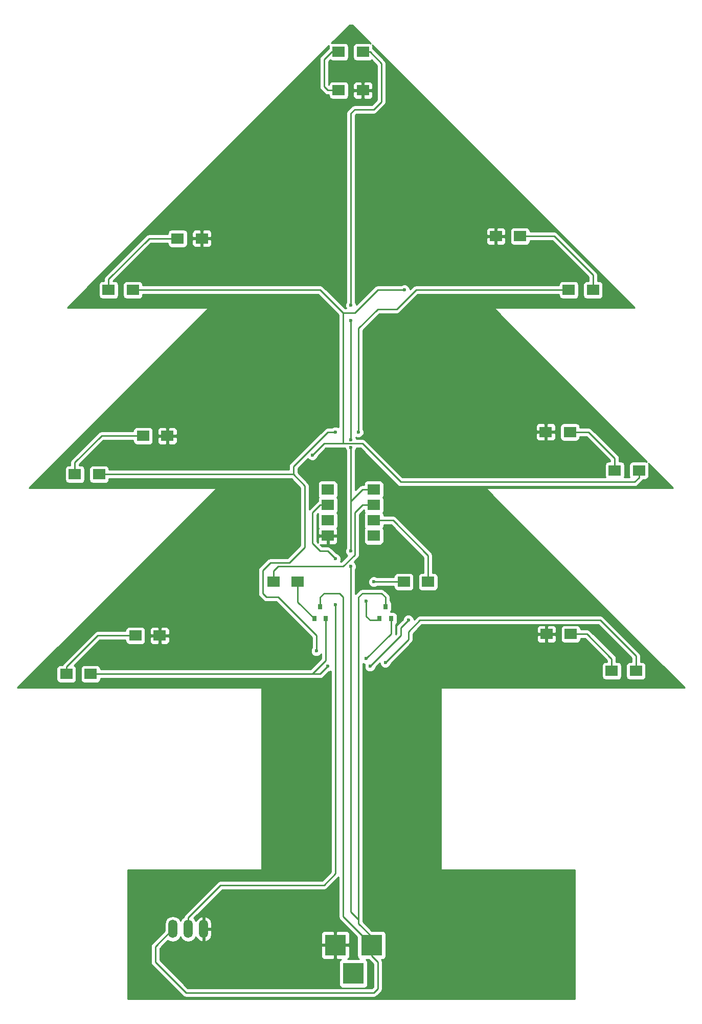
<source format=gbr>
G04 #@! TF.FileFunction,Copper,L1,Top,Signal*
%FSLAX46Y46*%
G04 Gerber Fmt 4.6, Leading zero omitted, Abs format (unit mm)*
G04 Created by KiCad (PCBNEW 4.0.6) date Saturday, November 11, 2017 'PMt' 03:03:55 PM*
%MOMM*%
%LPD*%
G01*
G04 APERTURE LIST*
%ADD10C,0.100000*%
%ADD11R,2.000000X1.700000*%
%ADD12R,2.000000X1.780000*%
%ADD13O,1.510000X3.010000*%
%ADD14R,3.500000X3.500000*%
%ADD15R,0.800000X0.900000*%
%ADD16C,0.600000*%
%ADD17C,0.250000*%
%ADD18C,0.254000*%
G04 APERTURE END LIST*
D10*
D11*
X48165000Y-128270000D03*
X52165000Y-128270000D03*
X138970000Y-94615000D03*
X142970000Y-94615000D03*
X55150000Y-64770000D03*
X59150000Y-64770000D03*
D12*
X91440000Y-97790000D03*
X99060000Y-105410000D03*
X91440000Y-100330000D03*
X99060000Y-102870000D03*
X91440000Y-102870000D03*
X99060000Y-100330000D03*
X91440000Y-105410000D03*
X99060000Y-97790000D03*
D11*
X138462000Y-127762000D03*
X142462000Y-127762000D03*
X49562000Y-95250000D03*
X53562000Y-95250000D03*
X135350000Y-64770000D03*
X131350000Y-64770000D03*
X59595000Y-121920000D03*
X63595000Y-121920000D03*
X131540000Y-88265000D03*
X127540000Y-88265000D03*
X66580000Y-56261000D03*
X70580000Y-56261000D03*
X131667000Y-121666000D03*
X127667000Y-121666000D03*
X60865000Y-88900000D03*
X64865000Y-88900000D03*
X123285000Y-55880000D03*
X119285000Y-55880000D03*
X93250000Y-31750000D03*
X97250000Y-31750000D03*
D13*
X65786000Y-170434000D03*
X68326000Y-170434000D03*
X70866000Y-170434000D03*
D11*
X93250000Y-25400000D03*
X97250000Y-25400000D03*
D14*
X98679000Y-173101000D03*
X92679000Y-173101000D03*
X95679000Y-177801000D03*
D11*
X108045000Y-113030000D03*
X104045000Y-113030000D03*
D15*
X89220000Y-119110000D03*
X91120000Y-119110000D03*
X90170000Y-117110000D03*
X100015000Y-119110000D03*
X101915000Y-119110000D03*
X100965000Y-117110000D03*
D11*
X82455000Y-113030000D03*
X86455000Y-113030000D03*
D16*
X91440000Y-127000000D03*
X98425000Y-127000000D03*
X104775000Y-119380000D03*
X104140000Y-64770000D03*
X88900000Y-92075000D03*
X92710000Y-109220000D03*
X92710000Y-116840000D03*
X95250000Y-67310000D03*
X95250000Y-69850000D03*
X95250000Y-89535000D03*
X95250000Y-90805000D03*
X95250000Y-110490000D03*
X95250000Y-107950000D03*
X97790000Y-116205000D03*
X99060000Y-113030000D03*
X92710000Y-88265000D03*
X96520000Y-88265000D03*
X100965000Y-126365000D03*
X97790000Y-125730000D03*
X89535000Y-124460000D03*
D17*
X48165000Y-128270000D02*
X48165000Y-127095000D01*
X53340000Y-121920000D02*
X59595000Y-121920000D01*
X48165000Y-127095000D02*
X53340000Y-121920000D01*
X142970000Y-94615000D02*
X142970000Y-95790000D01*
X103505000Y-96520000D02*
X97155000Y-90170000D01*
X97155000Y-90170000D02*
X93980000Y-90170000D01*
X142240000Y-96520000D02*
X103505000Y-96520000D01*
X142970000Y-95790000D02*
X142240000Y-96520000D01*
X90170000Y-128270000D02*
X88900000Y-128270000D01*
X91440000Y-127000000D02*
X90170000Y-128270000D01*
X103505000Y-121920000D02*
X98425000Y-127000000D01*
X103505000Y-120650000D02*
X103505000Y-121920000D01*
X104775000Y-119380000D02*
X103505000Y-120650000D01*
X91120000Y-119110000D02*
X91120000Y-126050000D01*
X88900000Y-128270000D02*
X52165000Y-128270000D01*
X91120000Y-126050000D02*
X88900000Y-128270000D01*
X93980000Y-68580000D02*
X95885000Y-68580000D01*
X99695000Y-64770000D02*
X104140000Y-64770000D01*
X95885000Y-68580000D02*
X99695000Y-64770000D01*
X93980000Y-89535000D02*
X93980000Y-68580000D01*
X93980000Y-90170000D02*
X93980000Y-89535000D01*
X90170000Y-64770000D02*
X59150000Y-64770000D01*
X93980000Y-68580000D02*
X90170000Y-64770000D01*
X93980000Y-90170000D02*
X90805000Y-90170000D01*
X90805000Y-90170000D02*
X88900000Y-92075000D01*
X138970000Y-94615000D02*
X138970000Y-92615000D01*
X134620000Y-88265000D02*
X131540000Y-88265000D01*
X138970000Y-92615000D02*
X134620000Y-88265000D01*
X66580000Y-56261000D02*
X61849000Y-56261000D01*
X55150000Y-62960000D02*
X55150000Y-64770000D01*
X61849000Y-56261000D02*
X55150000Y-62960000D01*
X68326000Y-170434000D02*
X68326000Y-168529000D01*
X90170000Y-100330000D02*
X91440000Y-100330000D01*
X88900000Y-101600000D02*
X90170000Y-100330000D01*
X88900000Y-106680000D02*
X88900000Y-101600000D01*
X90170000Y-107950000D02*
X88900000Y-106680000D01*
X91440000Y-107950000D02*
X90170000Y-107950000D01*
X92710000Y-109220000D02*
X91440000Y-107950000D01*
X92710000Y-161290000D02*
X92710000Y-116840000D01*
X90805000Y-163195000D02*
X92710000Y-161290000D01*
X73660000Y-163195000D02*
X90805000Y-163195000D01*
X68326000Y-168529000D02*
X73660000Y-163195000D01*
X99060000Y-102870000D02*
X102235000Y-102870000D01*
X108045000Y-108680000D02*
X108045000Y-113030000D01*
X102235000Y-102870000D02*
X108045000Y-108680000D01*
X99060000Y-100330000D02*
X97155000Y-100330000D01*
X82455000Y-111220000D02*
X82455000Y-113030000D01*
X83185000Y-110490000D02*
X82455000Y-111220000D01*
X93980000Y-110490000D02*
X83185000Y-110490000D01*
X95885000Y-108585000D02*
X93980000Y-110490000D01*
X95885000Y-101600000D02*
X95885000Y-108585000D01*
X97155000Y-100330000D02*
X95885000Y-101600000D01*
X138462000Y-125762000D02*
X134366000Y-121666000D01*
X138462000Y-127762000D02*
X138462000Y-125762000D01*
X134366000Y-121666000D02*
X131667000Y-121666000D01*
X49562000Y-95250000D02*
X49562000Y-93313000D01*
X53975000Y-88900000D02*
X60865000Y-88900000D01*
X49562000Y-93313000D02*
X53975000Y-88900000D01*
X135350000Y-64770000D02*
X135350000Y-62325000D01*
X128905000Y-55880000D02*
X123285000Y-55880000D01*
X135350000Y-62325000D02*
X128905000Y-55880000D01*
X93250000Y-25400000D02*
X92075000Y-25400000D01*
X91440000Y-31750000D02*
X93250000Y-31750000D01*
X90805000Y-31115000D02*
X91440000Y-31750000D01*
X90805000Y-26670000D02*
X90805000Y-31115000D01*
X92075000Y-25400000D02*
X90805000Y-26670000D01*
X95250000Y-35560000D02*
X95250000Y-67310000D01*
X95885000Y-34925000D02*
X95250000Y-35560000D01*
X98425000Y-25400000D02*
X97250000Y-25400000D01*
X100330000Y-33655000D02*
X99060000Y-34925000D01*
X100330000Y-27305000D02*
X100330000Y-33655000D01*
X98425000Y-25400000D02*
X100330000Y-27305000D01*
X99060000Y-34925000D02*
X95885000Y-34925000D01*
X95250000Y-69850000D02*
X95250000Y-89535000D01*
X95250000Y-99695000D02*
X95250000Y-90805000D01*
X98679000Y-173101000D02*
X98679000Y-174879000D01*
X62865000Y-173355000D02*
X65786000Y-170434000D01*
X62865000Y-175895000D02*
X62865000Y-173355000D01*
X67945000Y-180975000D02*
X62865000Y-175895000D01*
X99060000Y-180975000D02*
X67945000Y-180975000D01*
X99695000Y-180340000D02*
X99060000Y-180975000D01*
X99695000Y-175895000D02*
X99695000Y-180340000D01*
X98679000Y-174879000D02*
X99695000Y-175895000D01*
X99060000Y-97790000D02*
X97155000Y-97790000D01*
X97155000Y-97790000D02*
X95250000Y-99695000D01*
X95250000Y-167640000D02*
X96520000Y-168910000D01*
X95250000Y-110490000D02*
X95250000Y-167640000D01*
X95250000Y-99695000D02*
X95250000Y-107950000D01*
X100965000Y-117110000D02*
X100965000Y-115570000D01*
X96520000Y-169545000D02*
X98679000Y-171704000D01*
X96520000Y-115570000D02*
X96520000Y-168910000D01*
X96520000Y-168910000D02*
X96520000Y-169545000D01*
X97155000Y-114935000D02*
X96520000Y-115570000D01*
X100330000Y-114935000D02*
X97155000Y-114935000D01*
X100965000Y-115570000D02*
X100330000Y-114935000D01*
X98679000Y-171704000D02*
X98679000Y-173101000D01*
X90170000Y-117110000D02*
X90170000Y-115570000D01*
X93980000Y-168402000D02*
X98679000Y-173101000D01*
X93980000Y-115570000D02*
X93980000Y-168402000D01*
X93345000Y-114935000D02*
X93980000Y-115570000D01*
X90805000Y-114935000D02*
X93345000Y-114935000D01*
X90170000Y-115570000D02*
X90805000Y-114935000D01*
X104045000Y-113030000D02*
X99060000Y-113030000D01*
X98425000Y-119380000D02*
X99695000Y-119380000D01*
X97790000Y-118745000D02*
X98425000Y-119380000D01*
X97790000Y-116205000D02*
X97790000Y-118745000D01*
X99695000Y-119380000D02*
X100015000Y-119110000D01*
X131350000Y-64770000D02*
X106045000Y-64770000D01*
X85725000Y-93980000D02*
X85725000Y-95250000D01*
X91440000Y-88265000D02*
X85725000Y-93980000D01*
X92710000Y-88265000D02*
X91440000Y-88265000D01*
X96520000Y-71120000D02*
X96520000Y-88265000D01*
X99695000Y-67945000D02*
X96520000Y-71120000D01*
X102870000Y-67945000D02*
X99695000Y-67945000D01*
X106045000Y-64770000D02*
X102870000Y-67945000D01*
X142462000Y-127762000D02*
X142462000Y-125317000D01*
X104775000Y-122555000D02*
X100965000Y-126365000D01*
X104775000Y-121285000D02*
X104775000Y-122555000D01*
X106680000Y-119380000D02*
X104775000Y-121285000D01*
X136525000Y-119380000D02*
X106680000Y-119380000D01*
X142462000Y-125317000D02*
X136525000Y-119380000D01*
X81915000Y-109855000D02*
X80645000Y-111125000D01*
X85725000Y-95250000D02*
X87630000Y-97155000D01*
X87630000Y-97155000D02*
X87630000Y-107315000D01*
X87630000Y-107315000D02*
X85090000Y-109855000D01*
X85090000Y-109855000D02*
X81915000Y-109855000D01*
X53562000Y-95250000D02*
X85725000Y-95250000D01*
X80645000Y-114935000D02*
X81280000Y-115570000D01*
X80645000Y-111125000D02*
X80645000Y-114935000D01*
X101915000Y-121605000D02*
X101915000Y-119110000D01*
X97790000Y-125730000D02*
X101915000Y-121605000D01*
X89535000Y-121920000D02*
X89535000Y-124460000D01*
X83185000Y-115570000D02*
X89535000Y-121920000D01*
X81280000Y-115570000D02*
X83185000Y-115570000D01*
X86455000Y-113030000D02*
X86455000Y-116345000D01*
X86455000Y-116345000D02*
X89220000Y-119110000D01*
D18*
G36*
X98541631Y-23980723D02*
X98501890Y-23953569D01*
X98250000Y-23902560D01*
X96250000Y-23902560D01*
X96014683Y-23946838D01*
X95798559Y-24085910D01*
X95653569Y-24298110D01*
X95602560Y-24550000D01*
X95602560Y-26250000D01*
X95646838Y-26485317D01*
X95785910Y-26701441D01*
X95998110Y-26846431D01*
X96250000Y-26897440D01*
X98250000Y-26897440D01*
X98485317Y-26853162D01*
X98678835Y-26728637D01*
X99570000Y-27619802D01*
X99570000Y-33340198D01*
X98745198Y-34165000D01*
X95885000Y-34165000D01*
X95594161Y-34222852D01*
X95347599Y-34387599D01*
X94712599Y-35022599D01*
X94547852Y-35269161D01*
X94490000Y-35560000D01*
X94490000Y-66747537D01*
X94457808Y-66779673D01*
X94315162Y-67123201D01*
X94314838Y-67495167D01*
X94449056Y-67820000D01*
X94294802Y-67820000D01*
X90707401Y-64232599D01*
X90460839Y-64067852D01*
X90170000Y-64010000D01*
X60797440Y-64010000D01*
X60797440Y-63920000D01*
X60753162Y-63684683D01*
X60614090Y-63468559D01*
X60401890Y-63323569D01*
X60150000Y-63272560D01*
X58150000Y-63272560D01*
X57914683Y-63316838D01*
X57698559Y-63455910D01*
X57553569Y-63668110D01*
X57502560Y-63920000D01*
X57502560Y-65620000D01*
X57546838Y-65855317D01*
X57685910Y-66071441D01*
X57898110Y-66216431D01*
X58150000Y-66267440D01*
X60150000Y-66267440D01*
X60385317Y-66223162D01*
X60601441Y-66084090D01*
X60746431Y-65871890D01*
X60797440Y-65620000D01*
X60797440Y-65530000D01*
X89855198Y-65530000D01*
X93220000Y-68894802D01*
X93220000Y-87464367D01*
X92896799Y-87330162D01*
X92524833Y-87329838D01*
X92181057Y-87471883D01*
X92147882Y-87505000D01*
X91440000Y-87505000D01*
X91149161Y-87562852D01*
X90902599Y-87727598D01*
X85187599Y-93442599D01*
X85022852Y-93689161D01*
X84965000Y-93980000D01*
X84965000Y-94490000D01*
X55209440Y-94490000D01*
X55209440Y-94400000D01*
X55165162Y-94164683D01*
X55026090Y-93948559D01*
X54813890Y-93803569D01*
X54562000Y-93752560D01*
X52562000Y-93752560D01*
X52326683Y-93796838D01*
X52110559Y-93935910D01*
X51965569Y-94148110D01*
X51914560Y-94400000D01*
X51914560Y-96100000D01*
X51958838Y-96335317D01*
X52097910Y-96551441D01*
X52310110Y-96696431D01*
X52562000Y-96747440D01*
X54562000Y-96747440D01*
X54797317Y-96703162D01*
X55013441Y-96564090D01*
X55158431Y-96351890D01*
X55209440Y-96100000D01*
X55209440Y-96010000D01*
X85410198Y-96010000D01*
X86870000Y-97469802D01*
X86870000Y-107000198D01*
X84775198Y-109095000D01*
X81915000Y-109095000D01*
X81624160Y-109152852D01*
X81377599Y-109317599D01*
X80107599Y-110587599D01*
X79942852Y-110834161D01*
X79885000Y-111125000D01*
X79885000Y-114935000D01*
X79942852Y-115225839D01*
X80107599Y-115472401D01*
X80742599Y-116107401D01*
X80989161Y-116272148D01*
X81280000Y-116330000D01*
X82870198Y-116330000D01*
X88775000Y-122234802D01*
X88775000Y-123897537D01*
X88742808Y-123929673D01*
X88600162Y-124273201D01*
X88599838Y-124645167D01*
X88741883Y-124988943D01*
X89004673Y-125252192D01*
X89348201Y-125394838D01*
X89720167Y-125395162D01*
X90063943Y-125253117D01*
X90327192Y-124990327D01*
X90360000Y-124911317D01*
X90360000Y-125735198D01*
X88585198Y-127510000D01*
X53812440Y-127510000D01*
X53812440Y-127420000D01*
X53768162Y-127184683D01*
X53629090Y-126968559D01*
X53416890Y-126823569D01*
X53165000Y-126772560D01*
X51165000Y-126772560D01*
X50929683Y-126816838D01*
X50713559Y-126955910D01*
X50568569Y-127168110D01*
X50517560Y-127420000D01*
X50517560Y-129120000D01*
X50561838Y-129355317D01*
X50700910Y-129571441D01*
X50913110Y-129716431D01*
X51165000Y-129767440D01*
X53165000Y-129767440D01*
X53400317Y-129723162D01*
X53616441Y-129584090D01*
X53761431Y-129371890D01*
X53812440Y-129120000D01*
X53812440Y-129030000D01*
X90170000Y-129030000D01*
X90460839Y-128972148D01*
X90707401Y-128807401D01*
X91579680Y-127935122D01*
X91625167Y-127935162D01*
X91950000Y-127800944D01*
X91950000Y-160975198D01*
X90490198Y-162435000D01*
X73660000Y-162435000D01*
X73369161Y-162492852D01*
X73122599Y-162657599D01*
X67788599Y-167991599D01*
X67623852Y-168238161D01*
X67570296Y-168507404D01*
X67343122Y-168659197D01*
X67056000Y-169088904D01*
X66768878Y-168659197D01*
X66317930Y-168357882D01*
X65786000Y-168252075D01*
X65254070Y-168357882D01*
X64803122Y-168659197D01*
X64501807Y-169110145D01*
X64396000Y-169642075D01*
X64396000Y-170749198D01*
X62327599Y-172817599D01*
X62162852Y-173064161D01*
X62105000Y-173355000D01*
X62105000Y-175895000D01*
X62162852Y-176185839D01*
X62327599Y-176432401D01*
X67407599Y-181512401D01*
X67654161Y-181677148D01*
X67945000Y-181735000D01*
X99060000Y-181735000D01*
X99350839Y-181677148D01*
X99597401Y-181512401D01*
X100232401Y-180877401D01*
X100397148Y-180630839D01*
X100455000Y-180340000D01*
X100455000Y-175895000D01*
X100397148Y-175604161D01*
X100326508Y-175498440D01*
X100429000Y-175498440D01*
X100664317Y-175454162D01*
X100880441Y-175315090D01*
X101025431Y-175102890D01*
X101076440Y-174851000D01*
X101076440Y-171351000D01*
X101032162Y-171115683D01*
X100893090Y-170899559D01*
X100680890Y-170754569D01*
X100429000Y-170703560D01*
X98753362Y-170703560D01*
X97280000Y-169230198D01*
X97280000Y-126530633D01*
X97559332Y-126646622D01*
X97490162Y-126813201D01*
X97489838Y-127185167D01*
X97631883Y-127528943D01*
X97894673Y-127792192D01*
X98238201Y-127934838D01*
X98610167Y-127935162D01*
X98953943Y-127793117D01*
X99217192Y-127530327D01*
X99359838Y-127186799D01*
X99359879Y-127139923D01*
X100029908Y-126469894D01*
X100029838Y-126550167D01*
X100171883Y-126893943D01*
X100434673Y-127157192D01*
X100778201Y-127299838D01*
X101150167Y-127300162D01*
X101493943Y-127158117D01*
X101757192Y-126895327D01*
X101899838Y-126551799D01*
X101899879Y-126504923D01*
X105312401Y-123092401D01*
X105477148Y-122845839D01*
X105535000Y-122555000D01*
X105535000Y-121951750D01*
X126032000Y-121951750D01*
X126032000Y-122642310D01*
X126128673Y-122875699D01*
X126307302Y-123054327D01*
X126540691Y-123151000D01*
X127381250Y-123151000D01*
X127540000Y-122992250D01*
X127540000Y-121793000D01*
X127794000Y-121793000D01*
X127794000Y-122992250D01*
X127952750Y-123151000D01*
X128793309Y-123151000D01*
X129026698Y-123054327D01*
X129205327Y-122875699D01*
X129302000Y-122642310D01*
X129302000Y-121951750D01*
X129143250Y-121793000D01*
X127794000Y-121793000D01*
X127540000Y-121793000D01*
X126190750Y-121793000D01*
X126032000Y-121951750D01*
X105535000Y-121951750D01*
X105535000Y-121599802D01*
X106445112Y-120689690D01*
X126032000Y-120689690D01*
X126032000Y-121380250D01*
X126190750Y-121539000D01*
X127540000Y-121539000D01*
X127540000Y-120339750D01*
X127794000Y-120339750D01*
X127794000Y-121539000D01*
X129143250Y-121539000D01*
X129302000Y-121380250D01*
X129302000Y-120816000D01*
X130019560Y-120816000D01*
X130019560Y-122516000D01*
X130063838Y-122751317D01*
X130202910Y-122967441D01*
X130415110Y-123112431D01*
X130667000Y-123163440D01*
X132667000Y-123163440D01*
X132902317Y-123119162D01*
X133118441Y-122980090D01*
X133263431Y-122767890D01*
X133314440Y-122516000D01*
X133314440Y-122426000D01*
X134051198Y-122426000D01*
X137702000Y-126076802D01*
X137702000Y-126264560D01*
X137462000Y-126264560D01*
X137226683Y-126308838D01*
X137010559Y-126447910D01*
X136865569Y-126660110D01*
X136814560Y-126912000D01*
X136814560Y-128612000D01*
X136858838Y-128847317D01*
X136997910Y-129063441D01*
X137210110Y-129208431D01*
X137462000Y-129259440D01*
X139462000Y-129259440D01*
X139697317Y-129215162D01*
X139913441Y-129076090D01*
X140058431Y-128863890D01*
X140109440Y-128612000D01*
X140109440Y-126912000D01*
X140065162Y-126676683D01*
X139926090Y-126460559D01*
X139713890Y-126315569D01*
X139462000Y-126264560D01*
X139222000Y-126264560D01*
X139222000Y-125762000D01*
X139164148Y-125471161D01*
X138999401Y-125224599D01*
X134903401Y-121128599D01*
X134656839Y-120963852D01*
X134366000Y-120906000D01*
X133314440Y-120906000D01*
X133314440Y-120816000D01*
X133270162Y-120580683D01*
X133131090Y-120364559D01*
X132918890Y-120219569D01*
X132667000Y-120168560D01*
X130667000Y-120168560D01*
X130431683Y-120212838D01*
X130215559Y-120351910D01*
X130070569Y-120564110D01*
X130019560Y-120816000D01*
X129302000Y-120816000D01*
X129302000Y-120689690D01*
X129205327Y-120456301D01*
X129026698Y-120277673D01*
X128793309Y-120181000D01*
X127952750Y-120181000D01*
X127794000Y-120339750D01*
X127540000Y-120339750D01*
X127381250Y-120181000D01*
X126540691Y-120181000D01*
X126307302Y-120277673D01*
X126128673Y-120456301D01*
X126032000Y-120689690D01*
X106445112Y-120689690D01*
X106994802Y-120140000D01*
X136210198Y-120140000D01*
X141702000Y-125631802D01*
X141702000Y-126264560D01*
X141462000Y-126264560D01*
X141226683Y-126308838D01*
X141010559Y-126447910D01*
X140865569Y-126660110D01*
X140814560Y-126912000D01*
X140814560Y-128612000D01*
X140858838Y-128847317D01*
X140997910Y-129063441D01*
X141210110Y-129208431D01*
X141462000Y-129259440D01*
X143462000Y-129259440D01*
X143697317Y-129215162D01*
X143913441Y-129076090D01*
X144058431Y-128863890D01*
X144109440Y-128612000D01*
X144109440Y-126912000D01*
X144065162Y-126676683D01*
X143926090Y-126460559D01*
X143713890Y-126315569D01*
X143462000Y-126264560D01*
X143222000Y-126264560D01*
X143222000Y-125317000D01*
X143164148Y-125026161D01*
X142999401Y-124779599D01*
X137062401Y-118842599D01*
X136815839Y-118677852D01*
X136525000Y-118620000D01*
X106680000Y-118620000D01*
X106389161Y-118677852D01*
X106142599Y-118842599D01*
X105710092Y-119275106D01*
X105710162Y-119194833D01*
X105568117Y-118851057D01*
X105305327Y-118587808D01*
X104961799Y-118445162D01*
X104589833Y-118444838D01*
X104246057Y-118586883D01*
X103982808Y-118849673D01*
X103840162Y-119193201D01*
X103840121Y-119240077D01*
X102967599Y-120112599D01*
X102802852Y-120359161D01*
X102745000Y-120650000D01*
X102745000Y-121605198D01*
X102657569Y-121692629D01*
X102675000Y-121605000D01*
X102675000Y-120082931D01*
X102766441Y-120024090D01*
X102911431Y-119811890D01*
X102962440Y-119560000D01*
X102962440Y-118660000D01*
X102918162Y-118424683D01*
X102779090Y-118208559D01*
X102566890Y-118063569D01*
X102315000Y-118012560D01*
X101824319Y-118012560D01*
X101961431Y-117811890D01*
X102012440Y-117560000D01*
X102012440Y-116660000D01*
X101968162Y-116424683D01*
X101829090Y-116208559D01*
X101725000Y-116137437D01*
X101725000Y-115570000D01*
X101667148Y-115279161D01*
X101502401Y-115032599D01*
X100867401Y-114397599D01*
X100620839Y-114232852D01*
X100330000Y-114175000D01*
X97155000Y-114175000D01*
X96864161Y-114232852D01*
X96617599Y-114397599D01*
X96010000Y-115005198D01*
X96010000Y-113215167D01*
X98124838Y-113215167D01*
X98266883Y-113558943D01*
X98529673Y-113822192D01*
X98873201Y-113964838D01*
X99245167Y-113965162D01*
X99588943Y-113823117D01*
X99622118Y-113790000D01*
X102397560Y-113790000D01*
X102397560Y-113880000D01*
X102441838Y-114115317D01*
X102580910Y-114331441D01*
X102793110Y-114476431D01*
X103045000Y-114527440D01*
X105045000Y-114527440D01*
X105280317Y-114483162D01*
X105496441Y-114344090D01*
X105641431Y-114131890D01*
X105692440Y-113880000D01*
X105692440Y-112180000D01*
X105648162Y-111944683D01*
X105509090Y-111728559D01*
X105296890Y-111583569D01*
X105045000Y-111532560D01*
X103045000Y-111532560D01*
X102809683Y-111576838D01*
X102593559Y-111715910D01*
X102448569Y-111928110D01*
X102397560Y-112180000D01*
X102397560Y-112270000D01*
X99622463Y-112270000D01*
X99590327Y-112237808D01*
X99246799Y-112095162D01*
X98874833Y-112094838D01*
X98531057Y-112236883D01*
X98267808Y-112499673D01*
X98125162Y-112843201D01*
X98124838Y-113215167D01*
X96010000Y-113215167D01*
X96010000Y-111052463D01*
X96042192Y-111020327D01*
X96184838Y-110676799D01*
X96185162Y-110304833D01*
X96043117Y-109961057D01*
X95813631Y-109731171D01*
X96422401Y-109122401D01*
X96587148Y-108875839D01*
X96645000Y-108585000D01*
X96645000Y-101914802D01*
X97412560Y-101147242D01*
X97412560Y-101220000D01*
X97456838Y-101455317D01*
X97550503Y-101600877D01*
X97463569Y-101728110D01*
X97412560Y-101980000D01*
X97412560Y-103760000D01*
X97456838Y-103995317D01*
X97550503Y-104140877D01*
X97463569Y-104268110D01*
X97412560Y-104520000D01*
X97412560Y-106300000D01*
X97456838Y-106535317D01*
X97595910Y-106751441D01*
X97808110Y-106896431D01*
X98060000Y-106947440D01*
X100060000Y-106947440D01*
X100295317Y-106903162D01*
X100511441Y-106764090D01*
X100656431Y-106551890D01*
X100707440Y-106300000D01*
X100707440Y-104520000D01*
X100663162Y-104284683D01*
X100569497Y-104139123D01*
X100656431Y-104011890D01*
X100707440Y-103760000D01*
X100707440Y-103630000D01*
X101920198Y-103630000D01*
X107285000Y-108994802D01*
X107285000Y-111532560D01*
X107045000Y-111532560D01*
X106809683Y-111576838D01*
X106593559Y-111715910D01*
X106448569Y-111928110D01*
X106397560Y-112180000D01*
X106397560Y-113880000D01*
X106441838Y-114115317D01*
X106580910Y-114331441D01*
X106793110Y-114476431D01*
X107045000Y-114527440D01*
X109045000Y-114527440D01*
X109280317Y-114483162D01*
X109496441Y-114344090D01*
X109641431Y-114131890D01*
X109692440Y-113880000D01*
X109692440Y-112180000D01*
X109648162Y-111944683D01*
X109509090Y-111728559D01*
X109296890Y-111583569D01*
X109045000Y-111532560D01*
X108805000Y-111532560D01*
X108805000Y-108680000D01*
X108747148Y-108389161D01*
X108582401Y-108142599D01*
X102772401Y-102332599D01*
X102525839Y-102167852D01*
X102235000Y-102110000D01*
X100707440Y-102110000D01*
X100707440Y-101980000D01*
X100663162Y-101744683D01*
X100569497Y-101599123D01*
X100656431Y-101471890D01*
X100707440Y-101220000D01*
X100707440Y-99440000D01*
X100663162Y-99204683D01*
X100569497Y-99059123D01*
X100656431Y-98931890D01*
X100707440Y-98680000D01*
X100707440Y-96900000D01*
X100663162Y-96664683D01*
X100524090Y-96448559D01*
X100311890Y-96303569D01*
X100060000Y-96252560D01*
X98060000Y-96252560D01*
X97824683Y-96296838D01*
X97608559Y-96435910D01*
X97463569Y-96648110D01*
X97412560Y-96900000D01*
X97412560Y-97030000D01*
X97155000Y-97030000D01*
X96864161Y-97087852D01*
X96617599Y-97252599D01*
X96010000Y-97860198D01*
X96010000Y-91367463D01*
X96042192Y-91335327D01*
X96184838Y-90991799D01*
X96184892Y-90930000D01*
X96840198Y-90930000D01*
X102967599Y-97057401D01*
X103214161Y-97222148D01*
X103505000Y-97280000D01*
X142240000Y-97280000D01*
X142530839Y-97222148D01*
X142777401Y-97057401D01*
X143507401Y-96327401D01*
X143651033Y-96112440D01*
X143970000Y-96112440D01*
X144205317Y-96068162D01*
X144421441Y-95929090D01*
X144566431Y-95716890D01*
X144617440Y-95465000D01*
X144617440Y-93765000D01*
X144573162Y-93529683D01*
X144532680Y-93466772D01*
X148601908Y-97536000D01*
X117856000Y-97536000D01*
X117806590Y-97546006D01*
X117764965Y-97574447D01*
X117737685Y-97616841D01*
X117729048Y-97666509D01*
X117740416Y-97715623D01*
X117766197Y-97752803D01*
X118752130Y-98738736D01*
X118877954Y-98927046D01*
X150506908Y-130556000D01*
X110236000Y-130556000D01*
X110186590Y-130566006D01*
X110144965Y-130594447D01*
X110117685Y-130636841D01*
X110109000Y-130683000D01*
X110109000Y-160528000D01*
X110119006Y-160577410D01*
X110147447Y-160619035D01*
X110189841Y-160646315D01*
X110236000Y-160655000D01*
X132334000Y-160655000D01*
X132334000Y-181991000D01*
X58293000Y-181991000D01*
X58293000Y-160655000D01*
X80391000Y-160655000D01*
X80440410Y-160644994D01*
X80482035Y-160616553D01*
X80509315Y-160574159D01*
X80518000Y-160528000D01*
X80518000Y-130683000D01*
X80507994Y-130633590D01*
X80479553Y-130591965D01*
X80437159Y-130564685D01*
X80391000Y-130556000D01*
X40057606Y-130556000D01*
X43193606Y-127420000D01*
X46517560Y-127420000D01*
X46517560Y-129120000D01*
X46561838Y-129355317D01*
X46700910Y-129571441D01*
X46913110Y-129716431D01*
X47165000Y-129767440D01*
X49165000Y-129767440D01*
X49400317Y-129723162D01*
X49616441Y-129584090D01*
X49761431Y-129371890D01*
X49812440Y-129120000D01*
X49812440Y-127420000D01*
X49768162Y-127184683D01*
X49629090Y-126968559D01*
X49472937Y-126861865D01*
X53654802Y-122680000D01*
X57947560Y-122680000D01*
X57947560Y-122770000D01*
X57991838Y-123005317D01*
X58130910Y-123221441D01*
X58343110Y-123366431D01*
X58595000Y-123417440D01*
X60595000Y-123417440D01*
X60830317Y-123373162D01*
X61046441Y-123234090D01*
X61191431Y-123021890D01*
X61242440Y-122770000D01*
X61242440Y-122205750D01*
X61960000Y-122205750D01*
X61960000Y-122896310D01*
X62056673Y-123129699D01*
X62235302Y-123308327D01*
X62468691Y-123405000D01*
X63309250Y-123405000D01*
X63468000Y-123246250D01*
X63468000Y-122047000D01*
X63722000Y-122047000D01*
X63722000Y-123246250D01*
X63880750Y-123405000D01*
X64721309Y-123405000D01*
X64954698Y-123308327D01*
X65133327Y-123129699D01*
X65230000Y-122896310D01*
X65230000Y-122205750D01*
X65071250Y-122047000D01*
X63722000Y-122047000D01*
X63468000Y-122047000D01*
X62118750Y-122047000D01*
X61960000Y-122205750D01*
X61242440Y-122205750D01*
X61242440Y-121070000D01*
X61218674Y-120943690D01*
X61960000Y-120943690D01*
X61960000Y-121634250D01*
X62118750Y-121793000D01*
X63468000Y-121793000D01*
X63468000Y-120593750D01*
X63722000Y-120593750D01*
X63722000Y-121793000D01*
X65071250Y-121793000D01*
X65230000Y-121634250D01*
X65230000Y-120943690D01*
X65133327Y-120710301D01*
X64954698Y-120531673D01*
X64721309Y-120435000D01*
X63880750Y-120435000D01*
X63722000Y-120593750D01*
X63468000Y-120593750D01*
X63309250Y-120435000D01*
X62468691Y-120435000D01*
X62235302Y-120531673D01*
X62056673Y-120710301D01*
X61960000Y-120943690D01*
X61218674Y-120943690D01*
X61198162Y-120834683D01*
X61059090Y-120618559D01*
X60846890Y-120473569D01*
X60595000Y-120422560D01*
X58595000Y-120422560D01*
X58359683Y-120466838D01*
X58143559Y-120605910D01*
X57998569Y-120818110D01*
X57947560Y-121070000D01*
X57947560Y-121160000D01*
X53340000Y-121160000D01*
X53049160Y-121217852D01*
X52802599Y-121382599D01*
X47627599Y-126557599D01*
X47483967Y-126772560D01*
X47165000Y-126772560D01*
X46929683Y-126816838D01*
X46713559Y-126955910D01*
X46568569Y-127168110D01*
X46517560Y-127420000D01*
X43193606Y-127420000D01*
X72860803Y-97752803D01*
X72888666Y-97710789D01*
X72897988Y-97661246D01*
X72887300Y-97611978D01*
X72858287Y-97570751D01*
X72815520Y-97544059D01*
X72771000Y-97536000D01*
X41962606Y-97536000D01*
X45098606Y-94400000D01*
X47914560Y-94400000D01*
X47914560Y-96100000D01*
X47958838Y-96335317D01*
X48097910Y-96551441D01*
X48310110Y-96696431D01*
X48562000Y-96747440D01*
X50562000Y-96747440D01*
X50797317Y-96703162D01*
X51013441Y-96564090D01*
X51158431Y-96351890D01*
X51209440Y-96100000D01*
X51209440Y-94400000D01*
X51165162Y-94164683D01*
X51026090Y-93948559D01*
X50813890Y-93803569D01*
X50562000Y-93752560D01*
X50322000Y-93752560D01*
X50322000Y-93627802D01*
X54289802Y-89660000D01*
X59217560Y-89660000D01*
X59217560Y-89750000D01*
X59261838Y-89985317D01*
X59400910Y-90201441D01*
X59613110Y-90346431D01*
X59865000Y-90397440D01*
X61865000Y-90397440D01*
X62100317Y-90353162D01*
X62316441Y-90214090D01*
X62461431Y-90001890D01*
X62512440Y-89750000D01*
X62512440Y-89185750D01*
X63230000Y-89185750D01*
X63230000Y-89876310D01*
X63326673Y-90109699D01*
X63505302Y-90288327D01*
X63738691Y-90385000D01*
X64579250Y-90385000D01*
X64738000Y-90226250D01*
X64738000Y-89027000D01*
X64992000Y-89027000D01*
X64992000Y-90226250D01*
X65150750Y-90385000D01*
X65991309Y-90385000D01*
X66224698Y-90288327D01*
X66403327Y-90109699D01*
X66500000Y-89876310D01*
X66500000Y-89185750D01*
X66341250Y-89027000D01*
X64992000Y-89027000D01*
X64738000Y-89027000D01*
X63388750Y-89027000D01*
X63230000Y-89185750D01*
X62512440Y-89185750D01*
X62512440Y-88050000D01*
X62488674Y-87923690D01*
X63230000Y-87923690D01*
X63230000Y-88614250D01*
X63388750Y-88773000D01*
X64738000Y-88773000D01*
X64738000Y-87573750D01*
X64992000Y-87573750D01*
X64992000Y-88773000D01*
X66341250Y-88773000D01*
X66500000Y-88614250D01*
X66500000Y-87923690D01*
X66403327Y-87690301D01*
X66224698Y-87511673D01*
X65991309Y-87415000D01*
X65150750Y-87415000D01*
X64992000Y-87573750D01*
X64738000Y-87573750D01*
X64579250Y-87415000D01*
X63738691Y-87415000D01*
X63505302Y-87511673D01*
X63326673Y-87690301D01*
X63230000Y-87923690D01*
X62488674Y-87923690D01*
X62468162Y-87814683D01*
X62329090Y-87598559D01*
X62116890Y-87453569D01*
X61865000Y-87402560D01*
X59865000Y-87402560D01*
X59629683Y-87446838D01*
X59413559Y-87585910D01*
X59268569Y-87798110D01*
X59217560Y-88050000D01*
X59217560Y-88140000D01*
X53975000Y-88140000D01*
X53732414Y-88188254D01*
X53684160Y-88197852D01*
X53437599Y-88362599D01*
X49024599Y-92775599D01*
X48859852Y-93022161D01*
X48802000Y-93313000D01*
X48802000Y-93752560D01*
X48562000Y-93752560D01*
X48326683Y-93796838D01*
X48110559Y-93935910D01*
X47965569Y-94148110D01*
X47914560Y-94400000D01*
X45098606Y-94400000D01*
X71590803Y-67907803D01*
X71618666Y-67865789D01*
X71627988Y-67816246D01*
X71617300Y-67766978D01*
X71588287Y-67725751D01*
X71545520Y-67699059D01*
X71501000Y-67691000D01*
X48312606Y-67691000D01*
X52083606Y-63920000D01*
X53502560Y-63920000D01*
X53502560Y-65620000D01*
X53546838Y-65855317D01*
X53685910Y-66071441D01*
X53898110Y-66216431D01*
X54150000Y-66267440D01*
X56150000Y-66267440D01*
X56385317Y-66223162D01*
X56601441Y-66084090D01*
X56746431Y-65871890D01*
X56797440Y-65620000D01*
X56797440Y-63920000D01*
X56753162Y-63684683D01*
X56614090Y-63468559D01*
X56401890Y-63323569D01*
X56150000Y-63272560D01*
X55912242Y-63272560D01*
X62163802Y-57021000D01*
X64932560Y-57021000D01*
X64932560Y-57111000D01*
X64976838Y-57346317D01*
X65115910Y-57562441D01*
X65328110Y-57707431D01*
X65580000Y-57758440D01*
X67580000Y-57758440D01*
X67815317Y-57714162D01*
X68031441Y-57575090D01*
X68176431Y-57362890D01*
X68227440Y-57111000D01*
X68227440Y-56546750D01*
X68945000Y-56546750D01*
X68945000Y-57237310D01*
X69041673Y-57470699D01*
X69220302Y-57649327D01*
X69453691Y-57746000D01*
X70294250Y-57746000D01*
X70453000Y-57587250D01*
X70453000Y-56388000D01*
X70707000Y-56388000D01*
X70707000Y-57587250D01*
X70865750Y-57746000D01*
X71706309Y-57746000D01*
X71939698Y-57649327D01*
X72118327Y-57470699D01*
X72215000Y-57237310D01*
X72215000Y-56546750D01*
X72056250Y-56388000D01*
X70707000Y-56388000D01*
X70453000Y-56388000D01*
X69103750Y-56388000D01*
X68945000Y-56546750D01*
X68227440Y-56546750D01*
X68227440Y-55411000D01*
X68203674Y-55284690D01*
X68945000Y-55284690D01*
X68945000Y-55975250D01*
X69103750Y-56134000D01*
X70453000Y-56134000D01*
X70453000Y-54934750D01*
X70707000Y-54934750D01*
X70707000Y-56134000D01*
X72056250Y-56134000D01*
X72215000Y-55975250D01*
X72215000Y-55284690D01*
X72118327Y-55051301D01*
X71939698Y-54872673D01*
X71706309Y-54776000D01*
X70865750Y-54776000D01*
X70707000Y-54934750D01*
X70453000Y-54934750D01*
X70294250Y-54776000D01*
X69453691Y-54776000D01*
X69220302Y-54872673D01*
X69041673Y-55051301D01*
X68945000Y-55284690D01*
X68203674Y-55284690D01*
X68183162Y-55175683D01*
X68044090Y-54959559D01*
X67831890Y-54814569D01*
X67580000Y-54763560D01*
X65580000Y-54763560D01*
X65344683Y-54807838D01*
X65128559Y-54946910D01*
X64983569Y-55159110D01*
X64932560Y-55411000D01*
X64932560Y-55501000D01*
X61849000Y-55501000D01*
X61558161Y-55558852D01*
X61311599Y-55723599D01*
X54612599Y-62422599D01*
X54447852Y-62669161D01*
X54390000Y-62960000D01*
X54390000Y-63272560D01*
X54150000Y-63272560D01*
X53914683Y-63316838D01*
X53698559Y-63455910D01*
X53553569Y-63668110D01*
X53502560Y-63920000D01*
X52083606Y-63920000D01*
X91640383Y-24363223D01*
X91602560Y-24550000D01*
X91602560Y-24819193D01*
X91537599Y-24862599D01*
X90267599Y-26132599D01*
X90102852Y-26379161D01*
X90045000Y-26670000D01*
X90045000Y-31115000D01*
X90102852Y-31405839D01*
X90267599Y-31652401D01*
X90902599Y-32287401D01*
X91149161Y-32452148D01*
X91440000Y-32510000D01*
X91602560Y-32510000D01*
X91602560Y-32600000D01*
X91646838Y-32835317D01*
X91785910Y-33051441D01*
X91998110Y-33196431D01*
X92250000Y-33247440D01*
X94250000Y-33247440D01*
X94485317Y-33203162D01*
X94701441Y-33064090D01*
X94846431Y-32851890D01*
X94897440Y-32600000D01*
X94897440Y-32035750D01*
X95615000Y-32035750D01*
X95615000Y-32726310D01*
X95711673Y-32959699D01*
X95890302Y-33138327D01*
X96123691Y-33235000D01*
X96964250Y-33235000D01*
X97123000Y-33076250D01*
X97123000Y-31877000D01*
X97377000Y-31877000D01*
X97377000Y-33076250D01*
X97535750Y-33235000D01*
X98376309Y-33235000D01*
X98609698Y-33138327D01*
X98788327Y-32959699D01*
X98885000Y-32726310D01*
X98885000Y-32035750D01*
X98726250Y-31877000D01*
X97377000Y-31877000D01*
X97123000Y-31877000D01*
X95773750Y-31877000D01*
X95615000Y-32035750D01*
X94897440Y-32035750D01*
X94897440Y-30900000D01*
X94873674Y-30773690D01*
X95615000Y-30773690D01*
X95615000Y-31464250D01*
X95773750Y-31623000D01*
X97123000Y-31623000D01*
X97123000Y-30423750D01*
X97377000Y-30423750D01*
X97377000Y-31623000D01*
X98726250Y-31623000D01*
X98885000Y-31464250D01*
X98885000Y-30773690D01*
X98788327Y-30540301D01*
X98609698Y-30361673D01*
X98376309Y-30265000D01*
X97535750Y-30265000D01*
X97377000Y-30423750D01*
X97123000Y-30423750D01*
X96964250Y-30265000D01*
X96123691Y-30265000D01*
X95890302Y-30361673D01*
X95711673Y-30540301D01*
X95615000Y-30773690D01*
X94873674Y-30773690D01*
X94853162Y-30664683D01*
X94714090Y-30448559D01*
X94501890Y-30303569D01*
X94250000Y-30252560D01*
X92250000Y-30252560D01*
X92014683Y-30296838D01*
X91798559Y-30435910D01*
X91653569Y-30648110D01*
X91613042Y-30848240D01*
X91565000Y-30800198D01*
X91565000Y-26984802D01*
X91823011Y-26726791D01*
X91998110Y-26846431D01*
X92250000Y-26897440D01*
X94250000Y-26897440D01*
X94485317Y-26853162D01*
X94701441Y-26714090D01*
X94846431Y-26501890D01*
X94897440Y-26250000D01*
X94897440Y-24550000D01*
X94853162Y-24314683D01*
X94714090Y-24098559D01*
X94501890Y-23953569D01*
X94250000Y-23902560D01*
X92250000Y-23902560D01*
X92066522Y-23937084D01*
X95048606Y-20955000D01*
X95515908Y-20955000D01*
X98541631Y-23980723D01*
X98541631Y-23980723D01*
G37*
X98541631Y-23980723D02*
X98501890Y-23953569D01*
X98250000Y-23902560D01*
X96250000Y-23902560D01*
X96014683Y-23946838D01*
X95798559Y-24085910D01*
X95653569Y-24298110D01*
X95602560Y-24550000D01*
X95602560Y-26250000D01*
X95646838Y-26485317D01*
X95785910Y-26701441D01*
X95998110Y-26846431D01*
X96250000Y-26897440D01*
X98250000Y-26897440D01*
X98485317Y-26853162D01*
X98678835Y-26728637D01*
X99570000Y-27619802D01*
X99570000Y-33340198D01*
X98745198Y-34165000D01*
X95885000Y-34165000D01*
X95594161Y-34222852D01*
X95347599Y-34387599D01*
X94712599Y-35022599D01*
X94547852Y-35269161D01*
X94490000Y-35560000D01*
X94490000Y-66747537D01*
X94457808Y-66779673D01*
X94315162Y-67123201D01*
X94314838Y-67495167D01*
X94449056Y-67820000D01*
X94294802Y-67820000D01*
X90707401Y-64232599D01*
X90460839Y-64067852D01*
X90170000Y-64010000D01*
X60797440Y-64010000D01*
X60797440Y-63920000D01*
X60753162Y-63684683D01*
X60614090Y-63468559D01*
X60401890Y-63323569D01*
X60150000Y-63272560D01*
X58150000Y-63272560D01*
X57914683Y-63316838D01*
X57698559Y-63455910D01*
X57553569Y-63668110D01*
X57502560Y-63920000D01*
X57502560Y-65620000D01*
X57546838Y-65855317D01*
X57685910Y-66071441D01*
X57898110Y-66216431D01*
X58150000Y-66267440D01*
X60150000Y-66267440D01*
X60385317Y-66223162D01*
X60601441Y-66084090D01*
X60746431Y-65871890D01*
X60797440Y-65620000D01*
X60797440Y-65530000D01*
X89855198Y-65530000D01*
X93220000Y-68894802D01*
X93220000Y-87464367D01*
X92896799Y-87330162D01*
X92524833Y-87329838D01*
X92181057Y-87471883D01*
X92147882Y-87505000D01*
X91440000Y-87505000D01*
X91149161Y-87562852D01*
X90902599Y-87727598D01*
X85187599Y-93442599D01*
X85022852Y-93689161D01*
X84965000Y-93980000D01*
X84965000Y-94490000D01*
X55209440Y-94490000D01*
X55209440Y-94400000D01*
X55165162Y-94164683D01*
X55026090Y-93948559D01*
X54813890Y-93803569D01*
X54562000Y-93752560D01*
X52562000Y-93752560D01*
X52326683Y-93796838D01*
X52110559Y-93935910D01*
X51965569Y-94148110D01*
X51914560Y-94400000D01*
X51914560Y-96100000D01*
X51958838Y-96335317D01*
X52097910Y-96551441D01*
X52310110Y-96696431D01*
X52562000Y-96747440D01*
X54562000Y-96747440D01*
X54797317Y-96703162D01*
X55013441Y-96564090D01*
X55158431Y-96351890D01*
X55209440Y-96100000D01*
X55209440Y-96010000D01*
X85410198Y-96010000D01*
X86870000Y-97469802D01*
X86870000Y-107000198D01*
X84775198Y-109095000D01*
X81915000Y-109095000D01*
X81624160Y-109152852D01*
X81377599Y-109317599D01*
X80107599Y-110587599D01*
X79942852Y-110834161D01*
X79885000Y-111125000D01*
X79885000Y-114935000D01*
X79942852Y-115225839D01*
X80107599Y-115472401D01*
X80742599Y-116107401D01*
X80989161Y-116272148D01*
X81280000Y-116330000D01*
X82870198Y-116330000D01*
X88775000Y-122234802D01*
X88775000Y-123897537D01*
X88742808Y-123929673D01*
X88600162Y-124273201D01*
X88599838Y-124645167D01*
X88741883Y-124988943D01*
X89004673Y-125252192D01*
X89348201Y-125394838D01*
X89720167Y-125395162D01*
X90063943Y-125253117D01*
X90327192Y-124990327D01*
X90360000Y-124911317D01*
X90360000Y-125735198D01*
X88585198Y-127510000D01*
X53812440Y-127510000D01*
X53812440Y-127420000D01*
X53768162Y-127184683D01*
X53629090Y-126968559D01*
X53416890Y-126823569D01*
X53165000Y-126772560D01*
X51165000Y-126772560D01*
X50929683Y-126816838D01*
X50713559Y-126955910D01*
X50568569Y-127168110D01*
X50517560Y-127420000D01*
X50517560Y-129120000D01*
X50561838Y-129355317D01*
X50700910Y-129571441D01*
X50913110Y-129716431D01*
X51165000Y-129767440D01*
X53165000Y-129767440D01*
X53400317Y-129723162D01*
X53616441Y-129584090D01*
X53761431Y-129371890D01*
X53812440Y-129120000D01*
X53812440Y-129030000D01*
X90170000Y-129030000D01*
X90460839Y-128972148D01*
X90707401Y-128807401D01*
X91579680Y-127935122D01*
X91625167Y-127935162D01*
X91950000Y-127800944D01*
X91950000Y-160975198D01*
X90490198Y-162435000D01*
X73660000Y-162435000D01*
X73369161Y-162492852D01*
X73122599Y-162657599D01*
X67788599Y-167991599D01*
X67623852Y-168238161D01*
X67570296Y-168507404D01*
X67343122Y-168659197D01*
X67056000Y-169088904D01*
X66768878Y-168659197D01*
X66317930Y-168357882D01*
X65786000Y-168252075D01*
X65254070Y-168357882D01*
X64803122Y-168659197D01*
X64501807Y-169110145D01*
X64396000Y-169642075D01*
X64396000Y-170749198D01*
X62327599Y-172817599D01*
X62162852Y-173064161D01*
X62105000Y-173355000D01*
X62105000Y-175895000D01*
X62162852Y-176185839D01*
X62327599Y-176432401D01*
X67407599Y-181512401D01*
X67654161Y-181677148D01*
X67945000Y-181735000D01*
X99060000Y-181735000D01*
X99350839Y-181677148D01*
X99597401Y-181512401D01*
X100232401Y-180877401D01*
X100397148Y-180630839D01*
X100455000Y-180340000D01*
X100455000Y-175895000D01*
X100397148Y-175604161D01*
X100326508Y-175498440D01*
X100429000Y-175498440D01*
X100664317Y-175454162D01*
X100880441Y-175315090D01*
X101025431Y-175102890D01*
X101076440Y-174851000D01*
X101076440Y-171351000D01*
X101032162Y-171115683D01*
X100893090Y-170899559D01*
X100680890Y-170754569D01*
X100429000Y-170703560D01*
X98753362Y-170703560D01*
X97280000Y-169230198D01*
X97280000Y-126530633D01*
X97559332Y-126646622D01*
X97490162Y-126813201D01*
X97489838Y-127185167D01*
X97631883Y-127528943D01*
X97894673Y-127792192D01*
X98238201Y-127934838D01*
X98610167Y-127935162D01*
X98953943Y-127793117D01*
X99217192Y-127530327D01*
X99359838Y-127186799D01*
X99359879Y-127139923D01*
X100029908Y-126469894D01*
X100029838Y-126550167D01*
X100171883Y-126893943D01*
X100434673Y-127157192D01*
X100778201Y-127299838D01*
X101150167Y-127300162D01*
X101493943Y-127158117D01*
X101757192Y-126895327D01*
X101899838Y-126551799D01*
X101899879Y-126504923D01*
X105312401Y-123092401D01*
X105477148Y-122845839D01*
X105535000Y-122555000D01*
X105535000Y-121951750D01*
X126032000Y-121951750D01*
X126032000Y-122642310D01*
X126128673Y-122875699D01*
X126307302Y-123054327D01*
X126540691Y-123151000D01*
X127381250Y-123151000D01*
X127540000Y-122992250D01*
X127540000Y-121793000D01*
X127794000Y-121793000D01*
X127794000Y-122992250D01*
X127952750Y-123151000D01*
X128793309Y-123151000D01*
X129026698Y-123054327D01*
X129205327Y-122875699D01*
X129302000Y-122642310D01*
X129302000Y-121951750D01*
X129143250Y-121793000D01*
X127794000Y-121793000D01*
X127540000Y-121793000D01*
X126190750Y-121793000D01*
X126032000Y-121951750D01*
X105535000Y-121951750D01*
X105535000Y-121599802D01*
X106445112Y-120689690D01*
X126032000Y-120689690D01*
X126032000Y-121380250D01*
X126190750Y-121539000D01*
X127540000Y-121539000D01*
X127540000Y-120339750D01*
X127794000Y-120339750D01*
X127794000Y-121539000D01*
X129143250Y-121539000D01*
X129302000Y-121380250D01*
X129302000Y-120816000D01*
X130019560Y-120816000D01*
X130019560Y-122516000D01*
X130063838Y-122751317D01*
X130202910Y-122967441D01*
X130415110Y-123112431D01*
X130667000Y-123163440D01*
X132667000Y-123163440D01*
X132902317Y-123119162D01*
X133118441Y-122980090D01*
X133263431Y-122767890D01*
X133314440Y-122516000D01*
X133314440Y-122426000D01*
X134051198Y-122426000D01*
X137702000Y-126076802D01*
X137702000Y-126264560D01*
X137462000Y-126264560D01*
X137226683Y-126308838D01*
X137010559Y-126447910D01*
X136865569Y-126660110D01*
X136814560Y-126912000D01*
X136814560Y-128612000D01*
X136858838Y-128847317D01*
X136997910Y-129063441D01*
X137210110Y-129208431D01*
X137462000Y-129259440D01*
X139462000Y-129259440D01*
X139697317Y-129215162D01*
X139913441Y-129076090D01*
X140058431Y-128863890D01*
X140109440Y-128612000D01*
X140109440Y-126912000D01*
X140065162Y-126676683D01*
X139926090Y-126460559D01*
X139713890Y-126315569D01*
X139462000Y-126264560D01*
X139222000Y-126264560D01*
X139222000Y-125762000D01*
X139164148Y-125471161D01*
X138999401Y-125224599D01*
X134903401Y-121128599D01*
X134656839Y-120963852D01*
X134366000Y-120906000D01*
X133314440Y-120906000D01*
X133314440Y-120816000D01*
X133270162Y-120580683D01*
X133131090Y-120364559D01*
X132918890Y-120219569D01*
X132667000Y-120168560D01*
X130667000Y-120168560D01*
X130431683Y-120212838D01*
X130215559Y-120351910D01*
X130070569Y-120564110D01*
X130019560Y-120816000D01*
X129302000Y-120816000D01*
X129302000Y-120689690D01*
X129205327Y-120456301D01*
X129026698Y-120277673D01*
X128793309Y-120181000D01*
X127952750Y-120181000D01*
X127794000Y-120339750D01*
X127540000Y-120339750D01*
X127381250Y-120181000D01*
X126540691Y-120181000D01*
X126307302Y-120277673D01*
X126128673Y-120456301D01*
X126032000Y-120689690D01*
X106445112Y-120689690D01*
X106994802Y-120140000D01*
X136210198Y-120140000D01*
X141702000Y-125631802D01*
X141702000Y-126264560D01*
X141462000Y-126264560D01*
X141226683Y-126308838D01*
X141010559Y-126447910D01*
X140865569Y-126660110D01*
X140814560Y-126912000D01*
X140814560Y-128612000D01*
X140858838Y-128847317D01*
X140997910Y-129063441D01*
X141210110Y-129208431D01*
X141462000Y-129259440D01*
X143462000Y-129259440D01*
X143697317Y-129215162D01*
X143913441Y-129076090D01*
X144058431Y-128863890D01*
X144109440Y-128612000D01*
X144109440Y-126912000D01*
X144065162Y-126676683D01*
X143926090Y-126460559D01*
X143713890Y-126315569D01*
X143462000Y-126264560D01*
X143222000Y-126264560D01*
X143222000Y-125317000D01*
X143164148Y-125026161D01*
X142999401Y-124779599D01*
X137062401Y-118842599D01*
X136815839Y-118677852D01*
X136525000Y-118620000D01*
X106680000Y-118620000D01*
X106389161Y-118677852D01*
X106142599Y-118842599D01*
X105710092Y-119275106D01*
X105710162Y-119194833D01*
X105568117Y-118851057D01*
X105305327Y-118587808D01*
X104961799Y-118445162D01*
X104589833Y-118444838D01*
X104246057Y-118586883D01*
X103982808Y-118849673D01*
X103840162Y-119193201D01*
X103840121Y-119240077D01*
X102967599Y-120112599D01*
X102802852Y-120359161D01*
X102745000Y-120650000D01*
X102745000Y-121605198D01*
X102657569Y-121692629D01*
X102675000Y-121605000D01*
X102675000Y-120082931D01*
X102766441Y-120024090D01*
X102911431Y-119811890D01*
X102962440Y-119560000D01*
X102962440Y-118660000D01*
X102918162Y-118424683D01*
X102779090Y-118208559D01*
X102566890Y-118063569D01*
X102315000Y-118012560D01*
X101824319Y-118012560D01*
X101961431Y-117811890D01*
X102012440Y-117560000D01*
X102012440Y-116660000D01*
X101968162Y-116424683D01*
X101829090Y-116208559D01*
X101725000Y-116137437D01*
X101725000Y-115570000D01*
X101667148Y-115279161D01*
X101502401Y-115032599D01*
X100867401Y-114397599D01*
X100620839Y-114232852D01*
X100330000Y-114175000D01*
X97155000Y-114175000D01*
X96864161Y-114232852D01*
X96617599Y-114397599D01*
X96010000Y-115005198D01*
X96010000Y-113215167D01*
X98124838Y-113215167D01*
X98266883Y-113558943D01*
X98529673Y-113822192D01*
X98873201Y-113964838D01*
X99245167Y-113965162D01*
X99588943Y-113823117D01*
X99622118Y-113790000D01*
X102397560Y-113790000D01*
X102397560Y-113880000D01*
X102441838Y-114115317D01*
X102580910Y-114331441D01*
X102793110Y-114476431D01*
X103045000Y-114527440D01*
X105045000Y-114527440D01*
X105280317Y-114483162D01*
X105496441Y-114344090D01*
X105641431Y-114131890D01*
X105692440Y-113880000D01*
X105692440Y-112180000D01*
X105648162Y-111944683D01*
X105509090Y-111728559D01*
X105296890Y-111583569D01*
X105045000Y-111532560D01*
X103045000Y-111532560D01*
X102809683Y-111576838D01*
X102593559Y-111715910D01*
X102448569Y-111928110D01*
X102397560Y-112180000D01*
X102397560Y-112270000D01*
X99622463Y-112270000D01*
X99590327Y-112237808D01*
X99246799Y-112095162D01*
X98874833Y-112094838D01*
X98531057Y-112236883D01*
X98267808Y-112499673D01*
X98125162Y-112843201D01*
X98124838Y-113215167D01*
X96010000Y-113215167D01*
X96010000Y-111052463D01*
X96042192Y-111020327D01*
X96184838Y-110676799D01*
X96185162Y-110304833D01*
X96043117Y-109961057D01*
X95813631Y-109731171D01*
X96422401Y-109122401D01*
X96587148Y-108875839D01*
X96645000Y-108585000D01*
X96645000Y-101914802D01*
X97412560Y-101147242D01*
X97412560Y-101220000D01*
X97456838Y-101455317D01*
X97550503Y-101600877D01*
X97463569Y-101728110D01*
X97412560Y-101980000D01*
X97412560Y-103760000D01*
X97456838Y-103995317D01*
X97550503Y-104140877D01*
X97463569Y-104268110D01*
X97412560Y-104520000D01*
X97412560Y-106300000D01*
X97456838Y-106535317D01*
X97595910Y-106751441D01*
X97808110Y-106896431D01*
X98060000Y-106947440D01*
X100060000Y-106947440D01*
X100295317Y-106903162D01*
X100511441Y-106764090D01*
X100656431Y-106551890D01*
X100707440Y-106300000D01*
X100707440Y-104520000D01*
X100663162Y-104284683D01*
X100569497Y-104139123D01*
X100656431Y-104011890D01*
X100707440Y-103760000D01*
X100707440Y-103630000D01*
X101920198Y-103630000D01*
X107285000Y-108994802D01*
X107285000Y-111532560D01*
X107045000Y-111532560D01*
X106809683Y-111576838D01*
X106593559Y-111715910D01*
X106448569Y-111928110D01*
X106397560Y-112180000D01*
X106397560Y-113880000D01*
X106441838Y-114115317D01*
X106580910Y-114331441D01*
X106793110Y-114476431D01*
X107045000Y-114527440D01*
X109045000Y-114527440D01*
X109280317Y-114483162D01*
X109496441Y-114344090D01*
X109641431Y-114131890D01*
X109692440Y-113880000D01*
X109692440Y-112180000D01*
X109648162Y-111944683D01*
X109509090Y-111728559D01*
X109296890Y-111583569D01*
X109045000Y-111532560D01*
X108805000Y-111532560D01*
X108805000Y-108680000D01*
X108747148Y-108389161D01*
X108582401Y-108142599D01*
X102772401Y-102332599D01*
X102525839Y-102167852D01*
X102235000Y-102110000D01*
X100707440Y-102110000D01*
X100707440Y-101980000D01*
X100663162Y-101744683D01*
X100569497Y-101599123D01*
X100656431Y-101471890D01*
X100707440Y-101220000D01*
X100707440Y-99440000D01*
X100663162Y-99204683D01*
X100569497Y-99059123D01*
X100656431Y-98931890D01*
X100707440Y-98680000D01*
X100707440Y-96900000D01*
X100663162Y-96664683D01*
X100524090Y-96448559D01*
X100311890Y-96303569D01*
X100060000Y-96252560D01*
X98060000Y-96252560D01*
X97824683Y-96296838D01*
X97608559Y-96435910D01*
X97463569Y-96648110D01*
X97412560Y-96900000D01*
X97412560Y-97030000D01*
X97155000Y-97030000D01*
X96864161Y-97087852D01*
X96617599Y-97252599D01*
X96010000Y-97860198D01*
X96010000Y-91367463D01*
X96042192Y-91335327D01*
X96184838Y-90991799D01*
X96184892Y-90930000D01*
X96840198Y-90930000D01*
X102967599Y-97057401D01*
X103214161Y-97222148D01*
X103505000Y-97280000D01*
X142240000Y-97280000D01*
X142530839Y-97222148D01*
X142777401Y-97057401D01*
X143507401Y-96327401D01*
X143651033Y-96112440D01*
X143970000Y-96112440D01*
X144205317Y-96068162D01*
X144421441Y-95929090D01*
X144566431Y-95716890D01*
X144617440Y-95465000D01*
X144617440Y-93765000D01*
X144573162Y-93529683D01*
X144532680Y-93466772D01*
X148601908Y-97536000D01*
X117856000Y-97536000D01*
X117806590Y-97546006D01*
X117764965Y-97574447D01*
X117737685Y-97616841D01*
X117729048Y-97666509D01*
X117740416Y-97715623D01*
X117766197Y-97752803D01*
X118752130Y-98738736D01*
X118877954Y-98927046D01*
X150506908Y-130556000D01*
X110236000Y-130556000D01*
X110186590Y-130566006D01*
X110144965Y-130594447D01*
X110117685Y-130636841D01*
X110109000Y-130683000D01*
X110109000Y-160528000D01*
X110119006Y-160577410D01*
X110147447Y-160619035D01*
X110189841Y-160646315D01*
X110236000Y-160655000D01*
X132334000Y-160655000D01*
X132334000Y-181991000D01*
X58293000Y-181991000D01*
X58293000Y-160655000D01*
X80391000Y-160655000D01*
X80440410Y-160644994D01*
X80482035Y-160616553D01*
X80509315Y-160574159D01*
X80518000Y-160528000D01*
X80518000Y-130683000D01*
X80507994Y-130633590D01*
X80479553Y-130591965D01*
X80437159Y-130564685D01*
X80391000Y-130556000D01*
X40057606Y-130556000D01*
X43193606Y-127420000D01*
X46517560Y-127420000D01*
X46517560Y-129120000D01*
X46561838Y-129355317D01*
X46700910Y-129571441D01*
X46913110Y-129716431D01*
X47165000Y-129767440D01*
X49165000Y-129767440D01*
X49400317Y-129723162D01*
X49616441Y-129584090D01*
X49761431Y-129371890D01*
X49812440Y-129120000D01*
X49812440Y-127420000D01*
X49768162Y-127184683D01*
X49629090Y-126968559D01*
X49472937Y-126861865D01*
X53654802Y-122680000D01*
X57947560Y-122680000D01*
X57947560Y-122770000D01*
X57991838Y-123005317D01*
X58130910Y-123221441D01*
X58343110Y-123366431D01*
X58595000Y-123417440D01*
X60595000Y-123417440D01*
X60830317Y-123373162D01*
X61046441Y-123234090D01*
X61191431Y-123021890D01*
X61242440Y-122770000D01*
X61242440Y-122205750D01*
X61960000Y-122205750D01*
X61960000Y-122896310D01*
X62056673Y-123129699D01*
X62235302Y-123308327D01*
X62468691Y-123405000D01*
X63309250Y-123405000D01*
X63468000Y-123246250D01*
X63468000Y-122047000D01*
X63722000Y-122047000D01*
X63722000Y-123246250D01*
X63880750Y-123405000D01*
X64721309Y-123405000D01*
X64954698Y-123308327D01*
X65133327Y-123129699D01*
X65230000Y-122896310D01*
X65230000Y-122205750D01*
X65071250Y-122047000D01*
X63722000Y-122047000D01*
X63468000Y-122047000D01*
X62118750Y-122047000D01*
X61960000Y-122205750D01*
X61242440Y-122205750D01*
X61242440Y-121070000D01*
X61218674Y-120943690D01*
X61960000Y-120943690D01*
X61960000Y-121634250D01*
X62118750Y-121793000D01*
X63468000Y-121793000D01*
X63468000Y-120593750D01*
X63722000Y-120593750D01*
X63722000Y-121793000D01*
X65071250Y-121793000D01*
X65230000Y-121634250D01*
X65230000Y-120943690D01*
X65133327Y-120710301D01*
X64954698Y-120531673D01*
X64721309Y-120435000D01*
X63880750Y-120435000D01*
X63722000Y-120593750D01*
X63468000Y-120593750D01*
X63309250Y-120435000D01*
X62468691Y-120435000D01*
X62235302Y-120531673D01*
X62056673Y-120710301D01*
X61960000Y-120943690D01*
X61218674Y-120943690D01*
X61198162Y-120834683D01*
X61059090Y-120618559D01*
X60846890Y-120473569D01*
X60595000Y-120422560D01*
X58595000Y-120422560D01*
X58359683Y-120466838D01*
X58143559Y-120605910D01*
X57998569Y-120818110D01*
X57947560Y-121070000D01*
X57947560Y-121160000D01*
X53340000Y-121160000D01*
X53049160Y-121217852D01*
X52802599Y-121382599D01*
X47627599Y-126557599D01*
X47483967Y-126772560D01*
X47165000Y-126772560D01*
X46929683Y-126816838D01*
X46713559Y-126955910D01*
X46568569Y-127168110D01*
X46517560Y-127420000D01*
X43193606Y-127420000D01*
X72860803Y-97752803D01*
X72888666Y-97710789D01*
X72897988Y-97661246D01*
X72887300Y-97611978D01*
X72858287Y-97570751D01*
X72815520Y-97544059D01*
X72771000Y-97536000D01*
X41962606Y-97536000D01*
X45098606Y-94400000D01*
X47914560Y-94400000D01*
X47914560Y-96100000D01*
X47958838Y-96335317D01*
X48097910Y-96551441D01*
X48310110Y-96696431D01*
X48562000Y-96747440D01*
X50562000Y-96747440D01*
X50797317Y-96703162D01*
X51013441Y-96564090D01*
X51158431Y-96351890D01*
X51209440Y-96100000D01*
X51209440Y-94400000D01*
X51165162Y-94164683D01*
X51026090Y-93948559D01*
X50813890Y-93803569D01*
X50562000Y-93752560D01*
X50322000Y-93752560D01*
X50322000Y-93627802D01*
X54289802Y-89660000D01*
X59217560Y-89660000D01*
X59217560Y-89750000D01*
X59261838Y-89985317D01*
X59400910Y-90201441D01*
X59613110Y-90346431D01*
X59865000Y-90397440D01*
X61865000Y-90397440D01*
X62100317Y-90353162D01*
X62316441Y-90214090D01*
X62461431Y-90001890D01*
X62512440Y-89750000D01*
X62512440Y-89185750D01*
X63230000Y-89185750D01*
X63230000Y-89876310D01*
X63326673Y-90109699D01*
X63505302Y-90288327D01*
X63738691Y-90385000D01*
X64579250Y-90385000D01*
X64738000Y-90226250D01*
X64738000Y-89027000D01*
X64992000Y-89027000D01*
X64992000Y-90226250D01*
X65150750Y-90385000D01*
X65991309Y-90385000D01*
X66224698Y-90288327D01*
X66403327Y-90109699D01*
X66500000Y-89876310D01*
X66500000Y-89185750D01*
X66341250Y-89027000D01*
X64992000Y-89027000D01*
X64738000Y-89027000D01*
X63388750Y-89027000D01*
X63230000Y-89185750D01*
X62512440Y-89185750D01*
X62512440Y-88050000D01*
X62488674Y-87923690D01*
X63230000Y-87923690D01*
X63230000Y-88614250D01*
X63388750Y-88773000D01*
X64738000Y-88773000D01*
X64738000Y-87573750D01*
X64992000Y-87573750D01*
X64992000Y-88773000D01*
X66341250Y-88773000D01*
X66500000Y-88614250D01*
X66500000Y-87923690D01*
X66403327Y-87690301D01*
X66224698Y-87511673D01*
X65991309Y-87415000D01*
X65150750Y-87415000D01*
X64992000Y-87573750D01*
X64738000Y-87573750D01*
X64579250Y-87415000D01*
X63738691Y-87415000D01*
X63505302Y-87511673D01*
X63326673Y-87690301D01*
X63230000Y-87923690D01*
X62488674Y-87923690D01*
X62468162Y-87814683D01*
X62329090Y-87598559D01*
X62116890Y-87453569D01*
X61865000Y-87402560D01*
X59865000Y-87402560D01*
X59629683Y-87446838D01*
X59413559Y-87585910D01*
X59268569Y-87798110D01*
X59217560Y-88050000D01*
X59217560Y-88140000D01*
X53975000Y-88140000D01*
X53732414Y-88188254D01*
X53684160Y-88197852D01*
X53437599Y-88362599D01*
X49024599Y-92775599D01*
X48859852Y-93022161D01*
X48802000Y-93313000D01*
X48802000Y-93752560D01*
X48562000Y-93752560D01*
X48326683Y-93796838D01*
X48110559Y-93935910D01*
X47965569Y-94148110D01*
X47914560Y-94400000D01*
X45098606Y-94400000D01*
X71590803Y-67907803D01*
X71618666Y-67865789D01*
X71627988Y-67816246D01*
X71617300Y-67766978D01*
X71588287Y-67725751D01*
X71545520Y-67699059D01*
X71501000Y-67691000D01*
X48312606Y-67691000D01*
X52083606Y-63920000D01*
X53502560Y-63920000D01*
X53502560Y-65620000D01*
X53546838Y-65855317D01*
X53685910Y-66071441D01*
X53898110Y-66216431D01*
X54150000Y-66267440D01*
X56150000Y-66267440D01*
X56385317Y-66223162D01*
X56601441Y-66084090D01*
X56746431Y-65871890D01*
X56797440Y-65620000D01*
X56797440Y-63920000D01*
X56753162Y-63684683D01*
X56614090Y-63468559D01*
X56401890Y-63323569D01*
X56150000Y-63272560D01*
X55912242Y-63272560D01*
X62163802Y-57021000D01*
X64932560Y-57021000D01*
X64932560Y-57111000D01*
X64976838Y-57346317D01*
X65115910Y-57562441D01*
X65328110Y-57707431D01*
X65580000Y-57758440D01*
X67580000Y-57758440D01*
X67815317Y-57714162D01*
X68031441Y-57575090D01*
X68176431Y-57362890D01*
X68227440Y-57111000D01*
X68227440Y-56546750D01*
X68945000Y-56546750D01*
X68945000Y-57237310D01*
X69041673Y-57470699D01*
X69220302Y-57649327D01*
X69453691Y-57746000D01*
X70294250Y-57746000D01*
X70453000Y-57587250D01*
X70453000Y-56388000D01*
X70707000Y-56388000D01*
X70707000Y-57587250D01*
X70865750Y-57746000D01*
X71706309Y-57746000D01*
X71939698Y-57649327D01*
X72118327Y-57470699D01*
X72215000Y-57237310D01*
X72215000Y-56546750D01*
X72056250Y-56388000D01*
X70707000Y-56388000D01*
X70453000Y-56388000D01*
X69103750Y-56388000D01*
X68945000Y-56546750D01*
X68227440Y-56546750D01*
X68227440Y-55411000D01*
X68203674Y-55284690D01*
X68945000Y-55284690D01*
X68945000Y-55975250D01*
X69103750Y-56134000D01*
X70453000Y-56134000D01*
X70453000Y-54934750D01*
X70707000Y-54934750D01*
X70707000Y-56134000D01*
X72056250Y-56134000D01*
X72215000Y-55975250D01*
X72215000Y-55284690D01*
X72118327Y-55051301D01*
X71939698Y-54872673D01*
X71706309Y-54776000D01*
X70865750Y-54776000D01*
X70707000Y-54934750D01*
X70453000Y-54934750D01*
X70294250Y-54776000D01*
X69453691Y-54776000D01*
X69220302Y-54872673D01*
X69041673Y-55051301D01*
X68945000Y-55284690D01*
X68203674Y-55284690D01*
X68183162Y-55175683D01*
X68044090Y-54959559D01*
X67831890Y-54814569D01*
X67580000Y-54763560D01*
X65580000Y-54763560D01*
X65344683Y-54807838D01*
X65128559Y-54946910D01*
X64983569Y-55159110D01*
X64932560Y-55411000D01*
X64932560Y-55501000D01*
X61849000Y-55501000D01*
X61558161Y-55558852D01*
X61311599Y-55723599D01*
X54612599Y-62422599D01*
X54447852Y-62669161D01*
X54390000Y-62960000D01*
X54390000Y-63272560D01*
X54150000Y-63272560D01*
X53914683Y-63316838D01*
X53698559Y-63455910D01*
X53553569Y-63668110D01*
X53502560Y-63920000D01*
X52083606Y-63920000D01*
X91640383Y-24363223D01*
X91602560Y-24550000D01*
X91602560Y-24819193D01*
X91537599Y-24862599D01*
X90267599Y-26132599D01*
X90102852Y-26379161D01*
X90045000Y-26670000D01*
X90045000Y-31115000D01*
X90102852Y-31405839D01*
X90267599Y-31652401D01*
X90902599Y-32287401D01*
X91149161Y-32452148D01*
X91440000Y-32510000D01*
X91602560Y-32510000D01*
X91602560Y-32600000D01*
X91646838Y-32835317D01*
X91785910Y-33051441D01*
X91998110Y-33196431D01*
X92250000Y-33247440D01*
X94250000Y-33247440D01*
X94485317Y-33203162D01*
X94701441Y-33064090D01*
X94846431Y-32851890D01*
X94897440Y-32600000D01*
X94897440Y-32035750D01*
X95615000Y-32035750D01*
X95615000Y-32726310D01*
X95711673Y-32959699D01*
X95890302Y-33138327D01*
X96123691Y-33235000D01*
X96964250Y-33235000D01*
X97123000Y-33076250D01*
X97123000Y-31877000D01*
X97377000Y-31877000D01*
X97377000Y-33076250D01*
X97535750Y-33235000D01*
X98376309Y-33235000D01*
X98609698Y-33138327D01*
X98788327Y-32959699D01*
X98885000Y-32726310D01*
X98885000Y-32035750D01*
X98726250Y-31877000D01*
X97377000Y-31877000D01*
X97123000Y-31877000D01*
X95773750Y-31877000D01*
X95615000Y-32035750D01*
X94897440Y-32035750D01*
X94897440Y-30900000D01*
X94873674Y-30773690D01*
X95615000Y-30773690D01*
X95615000Y-31464250D01*
X95773750Y-31623000D01*
X97123000Y-31623000D01*
X97123000Y-30423750D01*
X97377000Y-30423750D01*
X97377000Y-31623000D01*
X98726250Y-31623000D01*
X98885000Y-31464250D01*
X98885000Y-30773690D01*
X98788327Y-30540301D01*
X98609698Y-30361673D01*
X98376309Y-30265000D01*
X97535750Y-30265000D01*
X97377000Y-30423750D01*
X97123000Y-30423750D01*
X96964250Y-30265000D01*
X96123691Y-30265000D01*
X95890302Y-30361673D01*
X95711673Y-30540301D01*
X95615000Y-30773690D01*
X94873674Y-30773690D01*
X94853162Y-30664683D01*
X94714090Y-30448559D01*
X94501890Y-30303569D01*
X94250000Y-30252560D01*
X92250000Y-30252560D01*
X92014683Y-30296838D01*
X91798559Y-30435910D01*
X91653569Y-30648110D01*
X91613042Y-30848240D01*
X91565000Y-30800198D01*
X91565000Y-26984802D01*
X91823011Y-26726791D01*
X91998110Y-26846431D01*
X92250000Y-26897440D01*
X94250000Y-26897440D01*
X94485317Y-26853162D01*
X94701441Y-26714090D01*
X94846431Y-26501890D01*
X94897440Y-26250000D01*
X94897440Y-24550000D01*
X94853162Y-24314683D01*
X94714090Y-24098559D01*
X94501890Y-23953569D01*
X94250000Y-23902560D01*
X92250000Y-23902560D01*
X92066522Y-23937084D01*
X95048606Y-20955000D01*
X95515908Y-20955000D01*
X98541631Y-23980723D01*
G36*
X93220000Y-168402000D02*
X93277852Y-168692839D01*
X93442599Y-168939401D01*
X96281560Y-171778362D01*
X96281560Y-174851000D01*
X96325838Y-175086317D01*
X96464910Y-175302441D01*
X96612903Y-175403560D01*
X94754337Y-175403560D01*
X94788698Y-175389327D01*
X94967327Y-175210699D01*
X95064000Y-174977310D01*
X95064000Y-173386750D01*
X94905250Y-173228000D01*
X92806000Y-173228000D01*
X92806000Y-175327250D01*
X92964750Y-175486000D01*
X93634378Y-175486000D01*
X93477559Y-175586910D01*
X93332569Y-175799110D01*
X93281560Y-176051000D01*
X93281560Y-179551000D01*
X93325838Y-179786317D01*
X93464910Y-180002441D01*
X93677110Y-180147431D01*
X93929000Y-180198440D01*
X97429000Y-180198440D01*
X97664317Y-180154162D01*
X97880441Y-180015090D01*
X98025431Y-179802890D01*
X98076440Y-179551000D01*
X98076440Y-176051000D01*
X98032162Y-175815683D01*
X97893090Y-175599559D01*
X97745097Y-175498440D01*
X98223638Y-175498440D01*
X98935000Y-176209802D01*
X98935000Y-180025198D01*
X98745198Y-180215000D01*
X68259802Y-180215000D01*
X63625000Y-175580198D01*
X63625000Y-173669802D01*
X63908052Y-173386750D01*
X90294000Y-173386750D01*
X90294000Y-174977310D01*
X90390673Y-175210699D01*
X90569302Y-175389327D01*
X90802691Y-175486000D01*
X92393250Y-175486000D01*
X92552000Y-175327250D01*
X92552000Y-173228000D01*
X90452750Y-173228000D01*
X90294000Y-173386750D01*
X63908052Y-173386750D01*
X64972694Y-172322108D01*
X65254070Y-172510118D01*
X65786000Y-172615925D01*
X66317930Y-172510118D01*
X66768878Y-172208803D01*
X67056000Y-171779096D01*
X67343122Y-172208803D01*
X67794070Y-172510118D01*
X68326000Y-172615925D01*
X68857930Y-172510118D01*
X69308878Y-172208803D01*
X69608751Y-171760013D01*
X69630408Y-171833263D01*
X69972924Y-172256681D01*
X70451403Y-172516793D01*
X70524029Y-172531277D01*
X70739000Y-172408683D01*
X70739000Y-170561000D01*
X70993000Y-170561000D01*
X70993000Y-172408683D01*
X71207971Y-172531277D01*
X71280597Y-172516793D01*
X71759076Y-172256681D01*
X72101592Y-171833263D01*
X72256000Y-171311000D01*
X72256000Y-171224690D01*
X90294000Y-171224690D01*
X90294000Y-172815250D01*
X90452750Y-172974000D01*
X92552000Y-172974000D01*
X92552000Y-170874750D01*
X92806000Y-170874750D01*
X92806000Y-172974000D01*
X94905250Y-172974000D01*
X95064000Y-172815250D01*
X95064000Y-171224690D01*
X94967327Y-170991301D01*
X94788698Y-170812673D01*
X94555309Y-170716000D01*
X92964750Y-170716000D01*
X92806000Y-170874750D01*
X92552000Y-170874750D01*
X92393250Y-170716000D01*
X90802691Y-170716000D01*
X90569302Y-170812673D01*
X90390673Y-170991301D01*
X90294000Y-171224690D01*
X72256000Y-171224690D01*
X72256000Y-170561000D01*
X70993000Y-170561000D01*
X70739000Y-170561000D01*
X70719000Y-170561000D01*
X70719000Y-170307000D01*
X70739000Y-170307000D01*
X70739000Y-168459317D01*
X70993000Y-168459317D01*
X70993000Y-170307000D01*
X72256000Y-170307000D01*
X72256000Y-169557000D01*
X72101592Y-169034737D01*
X71759076Y-168611319D01*
X71280597Y-168351207D01*
X71207971Y-168336723D01*
X70993000Y-168459317D01*
X70739000Y-168459317D01*
X70524029Y-168336723D01*
X70451403Y-168351207D01*
X69972924Y-168611319D01*
X69630408Y-169034737D01*
X69608751Y-169107987D01*
X69308878Y-168659197D01*
X69285935Y-168643867D01*
X73974802Y-163955000D01*
X90805000Y-163955000D01*
X91095839Y-163897148D01*
X91342401Y-163732401D01*
X93220000Y-161854802D01*
X93220000Y-168402000D01*
X93220000Y-168402000D01*
G37*
X93220000Y-168402000D02*
X93277852Y-168692839D01*
X93442599Y-168939401D01*
X96281560Y-171778362D01*
X96281560Y-174851000D01*
X96325838Y-175086317D01*
X96464910Y-175302441D01*
X96612903Y-175403560D01*
X94754337Y-175403560D01*
X94788698Y-175389327D01*
X94967327Y-175210699D01*
X95064000Y-174977310D01*
X95064000Y-173386750D01*
X94905250Y-173228000D01*
X92806000Y-173228000D01*
X92806000Y-175327250D01*
X92964750Y-175486000D01*
X93634378Y-175486000D01*
X93477559Y-175586910D01*
X93332569Y-175799110D01*
X93281560Y-176051000D01*
X93281560Y-179551000D01*
X93325838Y-179786317D01*
X93464910Y-180002441D01*
X93677110Y-180147431D01*
X93929000Y-180198440D01*
X97429000Y-180198440D01*
X97664317Y-180154162D01*
X97880441Y-180015090D01*
X98025431Y-179802890D01*
X98076440Y-179551000D01*
X98076440Y-176051000D01*
X98032162Y-175815683D01*
X97893090Y-175599559D01*
X97745097Y-175498440D01*
X98223638Y-175498440D01*
X98935000Y-176209802D01*
X98935000Y-180025198D01*
X98745198Y-180215000D01*
X68259802Y-180215000D01*
X63625000Y-175580198D01*
X63625000Y-173669802D01*
X63908052Y-173386750D01*
X90294000Y-173386750D01*
X90294000Y-174977310D01*
X90390673Y-175210699D01*
X90569302Y-175389327D01*
X90802691Y-175486000D01*
X92393250Y-175486000D01*
X92552000Y-175327250D01*
X92552000Y-173228000D01*
X90452750Y-173228000D01*
X90294000Y-173386750D01*
X63908052Y-173386750D01*
X64972694Y-172322108D01*
X65254070Y-172510118D01*
X65786000Y-172615925D01*
X66317930Y-172510118D01*
X66768878Y-172208803D01*
X67056000Y-171779096D01*
X67343122Y-172208803D01*
X67794070Y-172510118D01*
X68326000Y-172615925D01*
X68857930Y-172510118D01*
X69308878Y-172208803D01*
X69608751Y-171760013D01*
X69630408Y-171833263D01*
X69972924Y-172256681D01*
X70451403Y-172516793D01*
X70524029Y-172531277D01*
X70739000Y-172408683D01*
X70739000Y-170561000D01*
X70993000Y-170561000D01*
X70993000Y-172408683D01*
X71207971Y-172531277D01*
X71280597Y-172516793D01*
X71759076Y-172256681D01*
X72101592Y-171833263D01*
X72256000Y-171311000D01*
X72256000Y-171224690D01*
X90294000Y-171224690D01*
X90294000Y-172815250D01*
X90452750Y-172974000D01*
X92552000Y-172974000D01*
X92552000Y-170874750D01*
X92806000Y-170874750D01*
X92806000Y-172974000D01*
X94905250Y-172974000D01*
X95064000Y-172815250D01*
X95064000Y-171224690D01*
X94967327Y-170991301D01*
X94788698Y-170812673D01*
X94555309Y-170716000D01*
X92964750Y-170716000D01*
X92806000Y-170874750D01*
X92552000Y-170874750D01*
X92393250Y-170716000D01*
X90802691Y-170716000D01*
X90569302Y-170812673D01*
X90390673Y-170991301D01*
X90294000Y-171224690D01*
X72256000Y-171224690D01*
X72256000Y-170561000D01*
X70993000Y-170561000D01*
X70739000Y-170561000D01*
X70719000Y-170561000D01*
X70719000Y-170307000D01*
X70739000Y-170307000D01*
X70739000Y-168459317D01*
X70993000Y-168459317D01*
X70993000Y-170307000D01*
X72256000Y-170307000D01*
X72256000Y-169557000D01*
X72101592Y-169034737D01*
X71759076Y-168611319D01*
X71280597Y-168351207D01*
X71207971Y-168336723D01*
X70993000Y-168459317D01*
X70739000Y-168459317D01*
X70524029Y-168336723D01*
X70451403Y-168351207D01*
X69972924Y-168611319D01*
X69630408Y-169034737D01*
X69608751Y-169107987D01*
X69308878Y-168659197D01*
X69285935Y-168643867D01*
X73974802Y-163955000D01*
X90805000Y-163955000D01*
X91095839Y-163897148D01*
X91342401Y-163732401D01*
X93220000Y-161854802D01*
X93220000Y-168402000D01*
G36*
X94314838Y-90990167D02*
X94456883Y-91333943D01*
X94490000Y-91367118D01*
X94490000Y-107387537D01*
X94457808Y-107419673D01*
X94315162Y-107763201D01*
X94314838Y-108135167D01*
X94456883Y-108478943D01*
X94686369Y-108708829D01*
X93665198Y-109730000D01*
X93510633Y-109730000D01*
X93644838Y-109406799D01*
X93645162Y-109034833D01*
X93503117Y-108691057D01*
X93240327Y-108427808D01*
X92896799Y-108285162D01*
X92849923Y-108285121D01*
X91977401Y-107412599D01*
X91730839Y-107247852D01*
X91440000Y-107190000D01*
X90484802Y-107190000D01*
X90170483Y-106875681D01*
X90313691Y-106935000D01*
X91154250Y-106935000D01*
X91313000Y-106776250D01*
X91313000Y-105537000D01*
X91567000Y-105537000D01*
X91567000Y-106776250D01*
X91725750Y-106935000D01*
X92566309Y-106935000D01*
X92799698Y-106838327D01*
X92978327Y-106659699D01*
X93075000Y-106426310D01*
X93075000Y-105695750D01*
X92916250Y-105537000D01*
X91567000Y-105537000D01*
X91313000Y-105537000D01*
X89963750Y-105537000D01*
X89805000Y-105695750D01*
X89805000Y-106426310D01*
X89864318Y-106569516D01*
X89660000Y-106365198D01*
X89660000Y-101914802D01*
X89842776Y-101732026D01*
X89792560Y-101980000D01*
X89792560Y-103760000D01*
X89836838Y-103995317D01*
X89926820Y-104135154D01*
X89901673Y-104160301D01*
X89805000Y-104393690D01*
X89805000Y-105124250D01*
X89963750Y-105283000D01*
X91313000Y-105283000D01*
X91313000Y-105263000D01*
X91567000Y-105263000D01*
X91567000Y-105283000D01*
X92916250Y-105283000D01*
X93075000Y-105124250D01*
X93075000Y-104393690D01*
X92978327Y-104160301D01*
X92952603Y-104134577D01*
X93036431Y-104011890D01*
X93087440Y-103760000D01*
X93087440Y-101980000D01*
X93043162Y-101744683D01*
X92949497Y-101599123D01*
X93036431Y-101471890D01*
X93087440Y-101220000D01*
X93087440Y-99440000D01*
X93043162Y-99204683D01*
X92949497Y-99059123D01*
X93036431Y-98931890D01*
X93087440Y-98680000D01*
X93087440Y-96900000D01*
X93043162Y-96664683D01*
X92904090Y-96448559D01*
X92691890Y-96303569D01*
X92440000Y-96252560D01*
X90440000Y-96252560D01*
X90204683Y-96296838D01*
X89988559Y-96435910D01*
X89843569Y-96648110D01*
X89792560Y-96900000D01*
X89792560Y-98680000D01*
X89836838Y-98915317D01*
X89930503Y-99060877D01*
X89843569Y-99188110D01*
X89792560Y-99440000D01*
X89792560Y-99685716D01*
X89632599Y-99792599D01*
X88390000Y-101035198D01*
X88390000Y-97155000D01*
X88332148Y-96864161D01*
X88167401Y-96617599D01*
X86485000Y-94935198D01*
X86485000Y-94294802D01*
X88141341Y-92638461D01*
X88369673Y-92867192D01*
X88713201Y-93009838D01*
X89085167Y-93010162D01*
X89428943Y-92868117D01*
X89692192Y-92605327D01*
X89834838Y-92261799D01*
X89834879Y-92214923D01*
X91119802Y-90930000D01*
X94314890Y-90930000D01*
X94314838Y-90990167D01*
X94314838Y-90990167D01*
G37*
X94314838Y-90990167D02*
X94456883Y-91333943D01*
X94490000Y-91367118D01*
X94490000Y-107387537D01*
X94457808Y-107419673D01*
X94315162Y-107763201D01*
X94314838Y-108135167D01*
X94456883Y-108478943D01*
X94686369Y-108708829D01*
X93665198Y-109730000D01*
X93510633Y-109730000D01*
X93644838Y-109406799D01*
X93645162Y-109034833D01*
X93503117Y-108691057D01*
X93240327Y-108427808D01*
X92896799Y-108285162D01*
X92849923Y-108285121D01*
X91977401Y-107412599D01*
X91730839Y-107247852D01*
X91440000Y-107190000D01*
X90484802Y-107190000D01*
X90170483Y-106875681D01*
X90313691Y-106935000D01*
X91154250Y-106935000D01*
X91313000Y-106776250D01*
X91313000Y-105537000D01*
X91567000Y-105537000D01*
X91567000Y-106776250D01*
X91725750Y-106935000D01*
X92566309Y-106935000D01*
X92799698Y-106838327D01*
X92978327Y-106659699D01*
X93075000Y-106426310D01*
X93075000Y-105695750D01*
X92916250Y-105537000D01*
X91567000Y-105537000D01*
X91313000Y-105537000D01*
X89963750Y-105537000D01*
X89805000Y-105695750D01*
X89805000Y-106426310D01*
X89864318Y-106569516D01*
X89660000Y-106365198D01*
X89660000Y-101914802D01*
X89842776Y-101732026D01*
X89792560Y-101980000D01*
X89792560Y-103760000D01*
X89836838Y-103995317D01*
X89926820Y-104135154D01*
X89901673Y-104160301D01*
X89805000Y-104393690D01*
X89805000Y-105124250D01*
X89963750Y-105283000D01*
X91313000Y-105283000D01*
X91313000Y-105263000D01*
X91567000Y-105263000D01*
X91567000Y-105283000D01*
X92916250Y-105283000D01*
X93075000Y-105124250D01*
X93075000Y-104393690D01*
X92978327Y-104160301D01*
X92952603Y-104134577D01*
X93036431Y-104011890D01*
X93087440Y-103760000D01*
X93087440Y-101980000D01*
X93043162Y-101744683D01*
X92949497Y-101599123D01*
X93036431Y-101471890D01*
X93087440Y-101220000D01*
X93087440Y-99440000D01*
X93043162Y-99204683D01*
X92949497Y-99059123D01*
X93036431Y-98931890D01*
X93087440Y-98680000D01*
X93087440Y-96900000D01*
X93043162Y-96664683D01*
X92904090Y-96448559D01*
X92691890Y-96303569D01*
X92440000Y-96252560D01*
X90440000Y-96252560D01*
X90204683Y-96296838D01*
X89988559Y-96435910D01*
X89843569Y-96648110D01*
X89792560Y-96900000D01*
X89792560Y-98680000D01*
X89836838Y-98915317D01*
X89930503Y-99060877D01*
X89843569Y-99188110D01*
X89792560Y-99440000D01*
X89792560Y-99685716D01*
X89632599Y-99792599D01*
X88390000Y-101035198D01*
X88390000Y-97155000D01*
X88332148Y-96864161D01*
X88167401Y-96617599D01*
X86485000Y-94935198D01*
X86485000Y-94294802D01*
X88141341Y-92638461D01*
X88369673Y-92867192D01*
X88713201Y-93009838D01*
X89085167Y-93010162D01*
X89428943Y-92868117D01*
X89692192Y-92605327D01*
X89834838Y-92261799D01*
X89834879Y-92214923D01*
X91119802Y-90930000D01*
X94314890Y-90930000D01*
X94314838Y-90990167D01*
G36*
X142251908Y-67691000D02*
X119126000Y-67691000D01*
X119076590Y-67701006D01*
X119034965Y-67729447D01*
X119007685Y-67771841D01*
X118999048Y-67821509D01*
X119010416Y-67870623D01*
X119036197Y-67907803D01*
X120022130Y-68893736D01*
X120147954Y-69082046D01*
X144261631Y-93195723D01*
X144221890Y-93168569D01*
X143970000Y-93117560D01*
X141970000Y-93117560D01*
X141734683Y-93161838D01*
X141518559Y-93300910D01*
X141373569Y-93513110D01*
X141322560Y-93765000D01*
X141322560Y-95465000D01*
X141366838Y-95700317D01*
X141405243Y-95760000D01*
X140536975Y-95760000D01*
X140566431Y-95716890D01*
X140617440Y-95465000D01*
X140617440Y-93765000D01*
X140573162Y-93529683D01*
X140434090Y-93313559D01*
X140221890Y-93168569D01*
X139970000Y-93117560D01*
X139730000Y-93117560D01*
X139730000Y-92615000D01*
X139672148Y-92324161D01*
X139507401Y-92077599D01*
X135157401Y-87727599D01*
X134910839Y-87562852D01*
X134620000Y-87505000D01*
X133187440Y-87505000D01*
X133187440Y-87415000D01*
X133143162Y-87179683D01*
X133004090Y-86963559D01*
X132791890Y-86818569D01*
X132540000Y-86767560D01*
X130540000Y-86767560D01*
X130304683Y-86811838D01*
X130088559Y-86950910D01*
X129943569Y-87163110D01*
X129892560Y-87415000D01*
X129892560Y-89115000D01*
X129936838Y-89350317D01*
X130075910Y-89566441D01*
X130288110Y-89711431D01*
X130540000Y-89762440D01*
X132540000Y-89762440D01*
X132775317Y-89718162D01*
X132991441Y-89579090D01*
X133136431Y-89366890D01*
X133187440Y-89115000D01*
X133187440Y-89025000D01*
X134305198Y-89025000D01*
X138210000Y-92929802D01*
X138210000Y-93117560D01*
X137970000Y-93117560D01*
X137734683Y-93161838D01*
X137518559Y-93300910D01*
X137373569Y-93513110D01*
X137322560Y-93765000D01*
X137322560Y-95465000D01*
X137366838Y-95700317D01*
X137405243Y-95760000D01*
X103819802Y-95760000D01*
X97692401Y-89632599D01*
X97445839Y-89467852D01*
X97155000Y-89410000D01*
X96185110Y-89410000D01*
X96185162Y-89349833D01*
X96079690Y-89094570D01*
X96333201Y-89199838D01*
X96705167Y-89200162D01*
X97048943Y-89058117D01*
X97312192Y-88795327D01*
X97413749Y-88550750D01*
X125905000Y-88550750D01*
X125905000Y-89241310D01*
X126001673Y-89474699D01*
X126180302Y-89653327D01*
X126413691Y-89750000D01*
X127254250Y-89750000D01*
X127413000Y-89591250D01*
X127413000Y-88392000D01*
X127667000Y-88392000D01*
X127667000Y-89591250D01*
X127825750Y-89750000D01*
X128666309Y-89750000D01*
X128899698Y-89653327D01*
X129078327Y-89474699D01*
X129175000Y-89241310D01*
X129175000Y-88550750D01*
X129016250Y-88392000D01*
X127667000Y-88392000D01*
X127413000Y-88392000D01*
X126063750Y-88392000D01*
X125905000Y-88550750D01*
X97413749Y-88550750D01*
X97454838Y-88451799D01*
X97455162Y-88079833D01*
X97313117Y-87736057D01*
X97280000Y-87702882D01*
X97280000Y-87288690D01*
X125905000Y-87288690D01*
X125905000Y-87979250D01*
X126063750Y-88138000D01*
X127413000Y-88138000D01*
X127413000Y-86938750D01*
X127667000Y-86938750D01*
X127667000Y-88138000D01*
X129016250Y-88138000D01*
X129175000Y-87979250D01*
X129175000Y-87288690D01*
X129078327Y-87055301D01*
X128899698Y-86876673D01*
X128666309Y-86780000D01*
X127825750Y-86780000D01*
X127667000Y-86938750D01*
X127413000Y-86938750D01*
X127254250Y-86780000D01*
X126413691Y-86780000D01*
X126180302Y-86876673D01*
X126001673Y-87055301D01*
X125905000Y-87288690D01*
X97280000Y-87288690D01*
X97280000Y-71434802D01*
X100009802Y-68705000D01*
X102870000Y-68705000D01*
X103160839Y-68647148D01*
X103407401Y-68482401D01*
X106359802Y-65530000D01*
X129702560Y-65530000D01*
X129702560Y-65620000D01*
X129746838Y-65855317D01*
X129885910Y-66071441D01*
X130098110Y-66216431D01*
X130350000Y-66267440D01*
X132350000Y-66267440D01*
X132585317Y-66223162D01*
X132801441Y-66084090D01*
X132946431Y-65871890D01*
X132997440Y-65620000D01*
X132997440Y-63920000D01*
X132953162Y-63684683D01*
X132814090Y-63468559D01*
X132601890Y-63323569D01*
X132350000Y-63272560D01*
X130350000Y-63272560D01*
X130114683Y-63316838D01*
X129898559Y-63455910D01*
X129753569Y-63668110D01*
X129702560Y-63920000D01*
X129702560Y-64010000D01*
X106045000Y-64010000D01*
X105754161Y-64067852D01*
X105507599Y-64232599D01*
X105075092Y-64665106D01*
X105075162Y-64584833D01*
X104933117Y-64241057D01*
X104670327Y-63977808D01*
X104326799Y-63835162D01*
X103954833Y-63834838D01*
X103611057Y-63976883D01*
X103577882Y-64010000D01*
X99695000Y-64010000D01*
X99404161Y-64067852D01*
X99157599Y-64232599D01*
X96185092Y-67205106D01*
X96185162Y-67124833D01*
X96043117Y-66781057D01*
X96010000Y-66747882D01*
X96010000Y-56165750D01*
X117650000Y-56165750D01*
X117650000Y-56856310D01*
X117746673Y-57089699D01*
X117925302Y-57268327D01*
X118158691Y-57365000D01*
X118999250Y-57365000D01*
X119158000Y-57206250D01*
X119158000Y-56007000D01*
X119412000Y-56007000D01*
X119412000Y-57206250D01*
X119570750Y-57365000D01*
X120411309Y-57365000D01*
X120644698Y-57268327D01*
X120823327Y-57089699D01*
X120920000Y-56856310D01*
X120920000Y-56165750D01*
X120761250Y-56007000D01*
X119412000Y-56007000D01*
X119158000Y-56007000D01*
X117808750Y-56007000D01*
X117650000Y-56165750D01*
X96010000Y-56165750D01*
X96010000Y-54903690D01*
X117650000Y-54903690D01*
X117650000Y-55594250D01*
X117808750Y-55753000D01*
X119158000Y-55753000D01*
X119158000Y-54553750D01*
X119412000Y-54553750D01*
X119412000Y-55753000D01*
X120761250Y-55753000D01*
X120920000Y-55594250D01*
X120920000Y-55030000D01*
X121637560Y-55030000D01*
X121637560Y-56730000D01*
X121681838Y-56965317D01*
X121820910Y-57181441D01*
X122033110Y-57326431D01*
X122285000Y-57377440D01*
X124285000Y-57377440D01*
X124520317Y-57333162D01*
X124736441Y-57194090D01*
X124881431Y-56981890D01*
X124932440Y-56730000D01*
X124932440Y-56640000D01*
X128590198Y-56640000D01*
X134590000Y-62639802D01*
X134590000Y-63272560D01*
X134350000Y-63272560D01*
X134114683Y-63316838D01*
X133898559Y-63455910D01*
X133753569Y-63668110D01*
X133702560Y-63920000D01*
X133702560Y-65620000D01*
X133746838Y-65855317D01*
X133885910Y-66071441D01*
X134098110Y-66216431D01*
X134350000Y-66267440D01*
X136350000Y-66267440D01*
X136585317Y-66223162D01*
X136801441Y-66084090D01*
X136946431Y-65871890D01*
X136997440Y-65620000D01*
X136997440Y-63920000D01*
X136953162Y-63684683D01*
X136814090Y-63468559D01*
X136601890Y-63323569D01*
X136350000Y-63272560D01*
X136110000Y-63272560D01*
X136110000Y-62325000D01*
X136052148Y-62034161D01*
X136052148Y-62034160D01*
X135887401Y-61787599D01*
X129442401Y-55342599D01*
X129195839Y-55177852D01*
X128905000Y-55120000D01*
X124932440Y-55120000D01*
X124932440Y-55030000D01*
X124888162Y-54794683D01*
X124749090Y-54578559D01*
X124536890Y-54433569D01*
X124285000Y-54382560D01*
X122285000Y-54382560D01*
X122049683Y-54426838D01*
X121833559Y-54565910D01*
X121688569Y-54778110D01*
X121637560Y-55030000D01*
X120920000Y-55030000D01*
X120920000Y-54903690D01*
X120823327Y-54670301D01*
X120644698Y-54491673D01*
X120411309Y-54395000D01*
X119570750Y-54395000D01*
X119412000Y-54553750D01*
X119158000Y-54553750D01*
X118999250Y-54395000D01*
X118158691Y-54395000D01*
X117925302Y-54491673D01*
X117746673Y-54670301D01*
X117650000Y-54903690D01*
X96010000Y-54903690D01*
X96010000Y-35874802D01*
X96199802Y-35685000D01*
X99060000Y-35685000D01*
X99350839Y-35627148D01*
X99597401Y-35462401D01*
X100867401Y-34192401D01*
X101032148Y-33945840D01*
X101090000Y-33655000D01*
X101090000Y-27305000D01*
X101032148Y-27014161D01*
X100867401Y-26767599D01*
X98962401Y-24862599D01*
X98897440Y-24819194D01*
X98897440Y-24550000D01*
X98853162Y-24314683D01*
X98812680Y-24251772D01*
X142251908Y-67691000D01*
X142251908Y-67691000D01*
G37*
X142251908Y-67691000D02*
X119126000Y-67691000D01*
X119076590Y-67701006D01*
X119034965Y-67729447D01*
X119007685Y-67771841D01*
X118999048Y-67821509D01*
X119010416Y-67870623D01*
X119036197Y-67907803D01*
X120022130Y-68893736D01*
X120147954Y-69082046D01*
X144261631Y-93195723D01*
X144221890Y-93168569D01*
X143970000Y-93117560D01*
X141970000Y-93117560D01*
X141734683Y-93161838D01*
X141518559Y-93300910D01*
X141373569Y-93513110D01*
X141322560Y-93765000D01*
X141322560Y-95465000D01*
X141366838Y-95700317D01*
X141405243Y-95760000D01*
X140536975Y-95760000D01*
X140566431Y-95716890D01*
X140617440Y-95465000D01*
X140617440Y-93765000D01*
X140573162Y-93529683D01*
X140434090Y-93313559D01*
X140221890Y-93168569D01*
X139970000Y-93117560D01*
X139730000Y-93117560D01*
X139730000Y-92615000D01*
X139672148Y-92324161D01*
X139507401Y-92077599D01*
X135157401Y-87727599D01*
X134910839Y-87562852D01*
X134620000Y-87505000D01*
X133187440Y-87505000D01*
X133187440Y-87415000D01*
X133143162Y-87179683D01*
X133004090Y-86963559D01*
X132791890Y-86818569D01*
X132540000Y-86767560D01*
X130540000Y-86767560D01*
X130304683Y-86811838D01*
X130088559Y-86950910D01*
X129943569Y-87163110D01*
X129892560Y-87415000D01*
X129892560Y-89115000D01*
X129936838Y-89350317D01*
X130075910Y-89566441D01*
X130288110Y-89711431D01*
X130540000Y-89762440D01*
X132540000Y-89762440D01*
X132775317Y-89718162D01*
X132991441Y-89579090D01*
X133136431Y-89366890D01*
X133187440Y-89115000D01*
X133187440Y-89025000D01*
X134305198Y-89025000D01*
X138210000Y-92929802D01*
X138210000Y-93117560D01*
X137970000Y-93117560D01*
X137734683Y-93161838D01*
X137518559Y-93300910D01*
X137373569Y-93513110D01*
X137322560Y-93765000D01*
X137322560Y-95465000D01*
X137366838Y-95700317D01*
X137405243Y-95760000D01*
X103819802Y-95760000D01*
X97692401Y-89632599D01*
X97445839Y-89467852D01*
X97155000Y-89410000D01*
X96185110Y-89410000D01*
X96185162Y-89349833D01*
X96079690Y-89094570D01*
X96333201Y-89199838D01*
X96705167Y-89200162D01*
X97048943Y-89058117D01*
X97312192Y-88795327D01*
X97413749Y-88550750D01*
X125905000Y-88550750D01*
X125905000Y-89241310D01*
X126001673Y-89474699D01*
X126180302Y-89653327D01*
X126413691Y-89750000D01*
X127254250Y-89750000D01*
X127413000Y-89591250D01*
X127413000Y-88392000D01*
X127667000Y-88392000D01*
X127667000Y-89591250D01*
X127825750Y-89750000D01*
X128666309Y-89750000D01*
X128899698Y-89653327D01*
X129078327Y-89474699D01*
X129175000Y-89241310D01*
X129175000Y-88550750D01*
X129016250Y-88392000D01*
X127667000Y-88392000D01*
X127413000Y-88392000D01*
X126063750Y-88392000D01*
X125905000Y-88550750D01*
X97413749Y-88550750D01*
X97454838Y-88451799D01*
X97455162Y-88079833D01*
X97313117Y-87736057D01*
X97280000Y-87702882D01*
X97280000Y-87288690D01*
X125905000Y-87288690D01*
X125905000Y-87979250D01*
X126063750Y-88138000D01*
X127413000Y-88138000D01*
X127413000Y-86938750D01*
X127667000Y-86938750D01*
X127667000Y-88138000D01*
X129016250Y-88138000D01*
X129175000Y-87979250D01*
X129175000Y-87288690D01*
X129078327Y-87055301D01*
X128899698Y-86876673D01*
X128666309Y-86780000D01*
X127825750Y-86780000D01*
X127667000Y-86938750D01*
X127413000Y-86938750D01*
X127254250Y-86780000D01*
X126413691Y-86780000D01*
X126180302Y-86876673D01*
X126001673Y-87055301D01*
X125905000Y-87288690D01*
X97280000Y-87288690D01*
X97280000Y-71434802D01*
X100009802Y-68705000D01*
X102870000Y-68705000D01*
X103160839Y-68647148D01*
X103407401Y-68482401D01*
X106359802Y-65530000D01*
X129702560Y-65530000D01*
X129702560Y-65620000D01*
X129746838Y-65855317D01*
X129885910Y-66071441D01*
X130098110Y-66216431D01*
X130350000Y-66267440D01*
X132350000Y-66267440D01*
X132585317Y-66223162D01*
X132801441Y-66084090D01*
X132946431Y-65871890D01*
X132997440Y-65620000D01*
X132997440Y-63920000D01*
X132953162Y-63684683D01*
X132814090Y-63468559D01*
X132601890Y-63323569D01*
X132350000Y-63272560D01*
X130350000Y-63272560D01*
X130114683Y-63316838D01*
X129898559Y-63455910D01*
X129753569Y-63668110D01*
X129702560Y-63920000D01*
X129702560Y-64010000D01*
X106045000Y-64010000D01*
X105754161Y-64067852D01*
X105507599Y-64232599D01*
X105075092Y-64665106D01*
X105075162Y-64584833D01*
X104933117Y-64241057D01*
X104670327Y-63977808D01*
X104326799Y-63835162D01*
X103954833Y-63834838D01*
X103611057Y-63976883D01*
X103577882Y-64010000D01*
X99695000Y-64010000D01*
X99404161Y-64067852D01*
X99157599Y-64232599D01*
X96185092Y-67205106D01*
X96185162Y-67124833D01*
X96043117Y-66781057D01*
X96010000Y-66747882D01*
X96010000Y-56165750D01*
X117650000Y-56165750D01*
X117650000Y-56856310D01*
X117746673Y-57089699D01*
X117925302Y-57268327D01*
X118158691Y-57365000D01*
X118999250Y-57365000D01*
X119158000Y-57206250D01*
X119158000Y-56007000D01*
X119412000Y-56007000D01*
X119412000Y-57206250D01*
X119570750Y-57365000D01*
X120411309Y-57365000D01*
X120644698Y-57268327D01*
X120823327Y-57089699D01*
X120920000Y-56856310D01*
X120920000Y-56165750D01*
X120761250Y-56007000D01*
X119412000Y-56007000D01*
X119158000Y-56007000D01*
X117808750Y-56007000D01*
X117650000Y-56165750D01*
X96010000Y-56165750D01*
X96010000Y-54903690D01*
X117650000Y-54903690D01*
X117650000Y-55594250D01*
X117808750Y-55753000D01*
X119158000Y-55753000D01*
X119158000Y-54553750D01*
X119412000Y-54553750D01*
X119412000Y-55753000D01*
X120761250Y-55753000D01*
X120920000Y-55594250D01*
X120920000Y-55030000D01*
X121637560Y-55030000D01*
X121637560Y-56730000D01*
X121681838Y-56965317D01*
X121820910Y-57181441D01*
X122033110Y-57326431D01*
X122285000Y-57377440D01*
X124285000Y-57377440D01*
X124520317Y-57333162D01*
X124736441Y-57194090D01*
X124881431Y-56981890D01*
X124932440Y-56730000D01*
X124932440Y-56640000D01*
X128590198Y-56640000D01*
X134590000Y-62639802D01*
X134590000Y-63272560D01*
X134350000Y-63272560D01*
X134114683Y-63316838D01*
X133898559Y-63455910D01*
X133753569Y-63668110D01*
X133702560Y-63920000D01*
X133702560Y-65620000D01*
X133746838Y-65855317D01*
X133885910Y-66071441D01*
X134098110Y-66216431D01*
X134350000Y-66267440D01*
X136350000Y-66267440D01*
X136585317Y-66223162D01*
X136801441Y-66084090D01*
X136946431Y-65871890D01*
X136997440Y-65620000D01*
X136997440Y-63920000D01*
X136953162Y-63684683D01*
X136814090Y-63468559D01*
X136601890Y-63323569D01*
X136350000Y-63272560D01*
X136110000Y-63272560D01*
X136110000Y-62325000D01*
X136052148Y-62034161D01*
X136052148Y-62034160D01*
X135887401Y-61787599D01*
X129442401Y-55342599D01*
X129195839Y-55177852D01*
X128905000Y-55120000D01*
X124932440Y-55120000D01*
X124932440Y-55030000D01*
X124888162Y-54794683D01*
X124749090Y-54578559D01*
X124536890Y-54433569D01*
X124285000Y-54382560D01*
X122285000Y-54382560D01*
X122049683Y-54426838D01*
X121833559Y-54565910D01*
X121688569Y-54778110D01*
X121637560Y-55030000D01*
X120920000Y-55030000D01*
X120920000Y-54903690D01*
X120823327Y-54670301D01*
X120644698Y-54491673D01*
X120411309Y-54395000D01*
X119570750Y-54395000D01*
X119412000Y-54553750D01*
X119158000Y-54553750D01*
X118999250Y-54395000D01*
X118158691Y-54395000D01*
X117925302Y-54491673D01*
X117746673Y-54670301D01*
X117650000Y-54903690D01*
X96010000Y-54903690D01*
X96010000Y-35874802D01*
X96199802Y-35685000D01*
X99060000Y-35685000D01*
X99350839Y-35627148D01*
X99597401Y-35462401D01*
X100867401Y-34192401D01*
X101032148Y-33945840D01*
X101090000Y-33655000D01*
X101090000Y-27305000D01*
X101032148Y-27014161D01*
X100867401Y-26767599D01*
X98962401Y-24862599D01*
X98897440Y-24819194D01*
X98897440Y-24550000D01*
X98853162Y-24314683D01*
X98812680Y-24251772D01*
X142251908Y-67691000D01*
M02*

</source>
